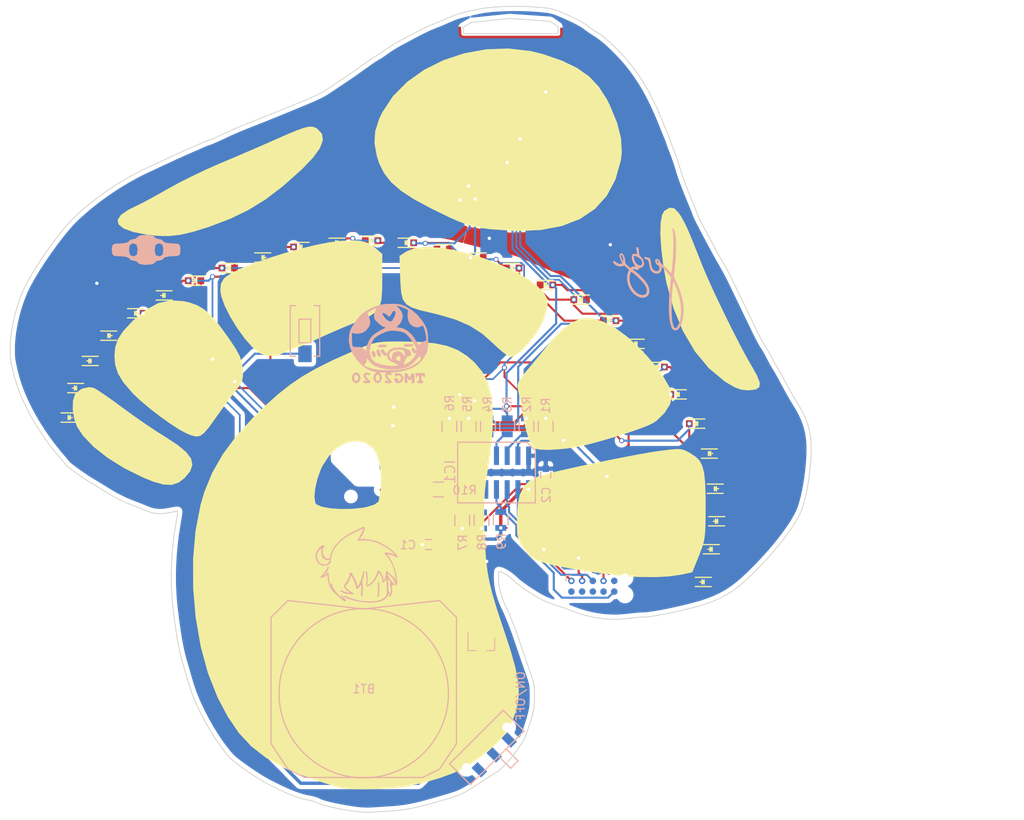
<source format=kicad_pcb>
(kicad_pcb (version 4) (host pcbnew 4.0.5+dfsg1-4)
  (layers (0 F.Cu signal) (31 B.Cu signal) (34 B.Paste user) (35 F.Paste user) (36 B.SilkS user hide) (37 F.SilkS user) (38 B.Mask user) (39 F.Mask user) (44 Edge.Cuts user))
  (net 0 "")
  (net 1 +BATT)
  (net 2 GND)
  (net 3 "Net-(D1-Pad2)")
  (net 4 "Net-(D1-Pad1)")
  (net 5 "Net-(D10-Pad1)")
  (net 6 "Net-(D10-Pad2)")
  (net 7 "Net-(D11-Pad2)")
  (net 8 "Net-(D12-Pad2)")
  (net 9 "Net-(D13-Pad2)")
  (net 10 "Net-(D14-Pad2)")
  (net 11 "Net-(BT1-Pad1)")
  (net 12 /RST)
  (net 13 "Net-(IC1-Pad6)")
  (net 14 "Net-(IC1-Pad7)")
  (net 15 "Net-(IC1-Pad8)")
  (net 16 "Net-(IC1-Pad9)")
  (net 17 "Net-(IC1-Pad10)")
  (net 18 "Net-(IC1-Pad11)")
  (net 19 "Net-(IC1-Pad12)")
  (net 20 "Net-(IC1-Pad13)")
  (net 21 "Net-(BT1-Pad2)")
  (net 22 /TCK)
  (net 23 /TDI)
  (net 24 "Net-(J1-Pad7)")
  (net 25 /BTN)
  (net 26 "Net-(F1-Pad2)")
  (net 27 "Net-(SW2-Pad3)")
  (net 28 "Net-(J1-Pad5)")
  (net 29 "Net-(J1-Pad8)")
  (net 30 "Net-(J1-Pad9)")
  (net 31 "Net-(J1-Pad10)")
  (module LEDs:LED_0603 (layer F.Cu) (at 125.73 117.856 315)
    (fp_text reference D14 (at 0 -1.5 315) (layer F.SilkS))
    (fp_text value LED hide)
    (pad 2 smd rect (at 0.7493 0 135) (size 0.79756 0.79756) (layers F.Cu F.Paste F.Mask) (net 10 "Net-(D14-Pad2)"))
    (pad 1 smd rect (at -0.7493 0 135) (size 0.79756 0.79756) (layers F.Cu F.Paste F.Mask) (net 9 "Net-(D13-Pad2)"))
  )
  (module LEDs:LED_0603 (layer F.Cu) (at 128.778 123.86 45)
    (fp_text reference D6 (at 0 -1.5 45) (layer F.SilkS))
    (fp_text value LED hide)
    (pad 2 smd rect (at 0.7493 0 225) (size 0.79756 0.79756) (layers F.Cu F.Paste F.Mask) (net 8 "Net-(D12-Pad2)"))
    (pad 1 smd rect (at -0.7493 0 225) (size 0.79756 0.79756) (layers F.Cu F.Paste F.Mask) (net 9 "Net-(D13-Pad2)"))
  )
  (module vine_badge:TC2050-All_Holes (layer B.Cu) (at 163.604 115.154)
    (fp_text reference J1 hide)
    (fp_text value CONN-TAGCONNECT-TC2050 hide)
    (pad "" np_thru_hole circle (at 3.81 1.016) (size 0.9906 0.9906) (drill 0.9906) (layers *.Cu *.Mask))
    (pad "" np_thru_hole circle (at 3.81 -1.016) (size 0.9906 0.9906) (drill 0.9906) (layers *.Cu *.Mask))
    (pad "" np_thru_hole circle (at -3.81 0) (size 0.9906 0.9906) (drill 0.9906) (layers *.Cu *.Mask))
    (pad 1 connect circle (at -2.54 -0.635) (size 0.7874 0.7874) (layers B.Cu B.Mask) (net 22 /TCK))
    (pad 2 connect circle (at -1.27 -0.635) (size 0.7874 0.7874) (layers B.Cu B.Mask) (net 2 GND))
    (pad 3 connect circle (at 0 -0.635) (size 0.7874 0.7874) (layers B.Cu B.Mask) (net 23 /TDI))
    (pad 4 connect circle (at 1.27 -0.635) (size 0.7874 0.7874) (layers B.Cu B.Mask) (net 1 +BATT))
    (pad 5 connect circle (at 2.54 -0.635) (size 0.7874 0.7874) (layers B.Cu B.Mask) (net 28 "Net-(J1-Pad5)"))
    (pad 6 connect circle (at 2.54 0.635) (size 0.7874 0.7874) (layers B.Cu B.Mask) (net 12 /RST))
    (pad 7 connect circle (at 1.27 0.635) (size 0.7874 0.7874) (layers B.Cu B.Mask) (net 24 "Net-(J1-Pad7)"))
    (pad 8 connect circle (at 0 0.635) (size 0.7874 0.7874) (layers B.Cu B.Mask) (net 29 "Net-(J1-Pad8)"))
    (pad 9 connect circle (at -1.27 0.635) (size 0.7874 0.7874) (layers B.Cu B.Mask) (net 30 "Net-(J1-Pad9)"))
    (pad 10 connect circle (at -2.54 0.635) (size 0.7874 0.7874) (layers B.Cu B.Mask) (net 31 "Net-(J1-Pad10)"))
  )
  (module vine_badge:dousig10x10 (layer F.Cu) (at 146.1 98.03)
    (fp_text reference G*** hide)
    (fp_text value LOGO hide)
  )
  (module LEDs:LED_0603 (layer F.Cu) (at 126.492 126.238 45)
    (fp_text reference D13 (at 0 -1.5 45) (layer F.SilkS))
    (fp_text value LED hide)
    (pad 2 smd rect (at 0.7493 0 225) (size 0.79756 0.79756) (layers F.Cu F.Paste F.Mask) (net 9 "Net-(D13-Pad2)"))
    (pad 1 smd rect (at -0.7493 0 225) (size 0.79756 0.79756) (layers F.Cu F.Paste F.Mask) (net 8 "Net-(D12-Pad2)"))
  )
  (module LOGO (layer F.Cu) (at 213.36 100.66 270)
    (fp_text reference G*** hide)
    (fp_text value LOGO hide)
  )
  (module Capacitors_SMD:C_0603 (layer B.Cu) (at 144.12 110.21 180)
    (fp_text reference C1 (at 2.45 -0.04 180) (layer B.SilkS) (effects (justify mirror)))
    (fp_text value 100nF hide)
    (pad 1 smd rect (at -0.75 0 180) (size 0.8 0.75) (layers B.Cu B.Paste B.Mask) (net 1 +BATT))
    (pad 2 smd rect (at 0.75 0 180) (size 0.8 0.75) (layers B.Cu B.Paste B.Mask) (net 2 GND))
  )
  (module Capacitors_SMD:C_0603 (layer B.Cu) (at 158.016 101.946 90)
    (fp_text reference C2 (at -2.374 0.054 90) (layer B.SilkS) (effects (justify mirror)))
    (fp_text value 1uF hide)
    (pad 1 smd rect (at -0.75 0 90) (size 0.8 0.75) (layers B.Cu B.Paste B.Mask) (net 1 +BATT))
    (pad 2 smd rect (at 0.75 0 90) (size 0.8 0.75) (layers B.Cu B.Paste B.Mask) (net 2 GND))
  )
  (module LEDs:LED_0603 (layer F.Cu) (at 141.478 128.432 270)
    (fp_text reference D1 (at 0 -1.5 270) (layer F.SilkS))
    (fp_text value LED hide)
    (pad 2 smd rect (at 0.7493 0 90) (size 0.79756 0.79756) (layers F.Cu F.Paste F.Mask) (net 3 "Net-(D1-Pad2)"))
    (pad 1 smd rect (at -0.7493 0 90) (size 0.79756 0.79756) (layers F.Cu F.Paste F.Mask) (net 4 "Net-(D1-Pad1)"))
  )
  (module LEDs:LED_0603 (layer F.Cu) (at 140.462 122.428 90)
    (fp_text reference D2 (at 0 -1.5 90) (layer F.SilkS))
    (fp_text value LED hide)
    (pad 2 smd rect (at 0.7493 0 270) (size 0.79756 0.79756) (layers F.Cu F.Paste F.Mask) (net 4 "Net-(D1-Pad1)"))
    (pad 1 smd rect (at -0.7493 0 270) (size 0.79756 0.79756) (layers F.Cu F.Paste F.Mask) (net 5 "Net-(D10-Pad1)"))
  )
  (module LEDs:LED_0603 (layer F.Cu) (at 139.7 116.0907 90)
    (fp_text reference D3 (at 0 -1.5 90) (layer F.SilkS))
    (fp_text value LED hide)
    (pad 2 smd rect (at 0.7493 0 270) (size 0.79756 0.79756) (layers F.Cu F.Paste F.Mask) (net 5 "Net-(D10-Pad1)"))
    (pad 1 smd rect (at -0.7493 0 270) (size 0.79756 0.79756) (layers F.Cu F.Paste F.Mask) (net 6 "Net-(D10-Pad2)"))
  )
  (module LEDs:LED_0603 (layer F.Cu) (at 128.27 120.396 315)
    (fp_text reference D7 (at 0 -1.5 315) (layer F.SilkS))
    (fp_text value LED hide)
    (pad 2 smd rect (at 0.7493 0 135) (size 0.79756 0.79756) (layers F.Cu F.Paste F.Mask) (net 9 "Net-(D13-Pad2)"))
    (pad 1 smd rect (at -0.7493 0 135) (size 0.79756 0.79756) (layers F.Cu F.Paste F.Mask) (net 10 "Net-(D14-Pad2)"))
  )
  (module LEDs:LED_0603 (layer F.Cu) (at 139.926 119.288 270)
    (fp_text reference D9 (at 0 -1.5 270) (layer F.SilkS))
    (fp_text value LED hide)
    (pad 2 smd rect (at 0.7493 0 90) (size 0.79756 0.79756) (layers F.Cu F.Paste F.Mask) (net 5 "Net-(D10-Pad1)"))
    (pad 1 smd rect (at -0.7493 0 90) (size 0.79756 0.79756) (layers F.Cu F.Paste F.Mask) (net 4 "Net-(D1-Pad1)"))
  )
  (module LEDs:LED_0603 (layer F.Cu) (at 132.842 128.524 90)
    (fp_text reference D10 (at 0 -1.5 90) (layer F.SilkS))
    (fp_text value LED hide)
    (pad 2 smd rect (at 0.7493 0 270) (size 0.79756 0.79756) (layers F.Cu F.Paste F.Mask) (net 6 "Net-(D10-Pad2)"))
    (pad 1 smd rect (at -0.7493 0 270) (size 0.79756 0.79756) (layers F.Cu F.Paste F.Mask) (net 5 "Net-(D10-Pad1)"))
  )
  (module LEDs:LED_0603 (layer F.Cu) (at 101.6 95.13)
    (fp_text reference D17 hide)
    (fp_text value LED hide)
    (pad 2 smd rect (at 0.7493 0 180) (size 0.79756 0.79756) (layers F.Cu F.Paste F.Mask) (net 4 "Net-(D1-Pad1)"))
    (pad 1 smd rect (at -0.7493 0 180) (size 0.79756 0.79756) (layers F.Cu F.Paste F.Mask) (net 6 "Net-(D10-Pad2)"))
  )
  (module LEDs:LED_0603 (layer F.Cu) (at 148.364 63.846 90)
    (fp_text reference D19 hide)
    (fp_text value LED hide)
    (pad 2 smd rect (at 0.7493 0 270) (size 0.79756 0.79756) (layers F.Cu F.Paste F.Mask) (net 5 "Net-(D10-Pad1)"))
    (pad 1 smd rect (at -0.7493 0 270) (size 0.79756 0.79756) (layers F.Cu F.Paste F.Mask) (net 7 "Net-(D11-Pad2)"))
  )
  (module LEDs:LED_0603 (layer F.Cu) (at 148.872 66.894 90)
    (fp_text reference D20 hide)
    (fp_text value LED hide)
    (pad 2 smd rect (at 0.7493 0 270) (size 0.79756 0.79756) (layers F.Cu F.Paste F.Mask) (net 7 "Net-(D11-Pad2)"))
    (pad 1 smd rect (at -0.7493 0 270) (size 0.79756 0.79756) (layers F.Cu F.Paste F.Mask) (net 5 "Net-(D10-Pad1)"))
  )
  (module LEDs:LED_0603 (layer F.Cu) (at 133.1 74.38 180)
    (fp_text reference D25 hide)
    (fp_text value LED hide)
    (pad 2 smd rect (at 0.7493 0) (size 0.79756 0.79756) (layers F.Cu F.Paste F.Mask) (net 4 "Net-(D1-Pad1)"))
    (pad 1 smd rect (at -0.7493 0) (size 0.79756 0.79756) (layers F.Cu F.Paste F.Mask) (net 7 "Net-(D11-Pad2)"))
  )
  (module LEDs:LED_0603 (layer F.Cu) (at 149.634 69.942 90)
    (fp_text reference D26 hide)
    (fp_text value LED hide)
    (pad 2 smd rect (at 0.7493 0 270) (size 0.79756 0.79756) (layers F.Cu F.Paste F.Mask) (net 7 "Net-(D11-Pad2)"))
    (pad 1 smd rect (at -0.7493 0 270) (size 0.79756 0.79756) (layers F.Cu F.Paste F.Mask) (net 9 "Net-(D13-Pad2)"))
  )
  (module LEDs:LED_0603 (layer F.Cu) (at 109.5 82.75)
    (fp_text reference D29 hide)
    (fp_text value LED hide)
    (pad 2 smd rect (at 0.7493 0 180) (size 0.79756 0.79756) (layers F.Cu F.Paste F.Mask) (net 5 "Net-(D10-Pad1)"))
    (pad 1 smd rect (at -0.7493 0 180) (size 0.79756 0.79756) (layers F.Cu F.Paste F.Mask) (net 8 "Net-(D12-Pad2)"))
  )
  (module LEDs:LED_0603 (layer F.Cu) (at 112.6 80.63 180)
    (fp_text reference D30 hide)
    (fp_text value LED hide)
    (pad 2 smd rect (at 0.7493 0) (size 0.79756 0.79756) (layers F.Cu F.Paste F.Mask) (net 8 "Net-(D12-Pad2)"))
    (pad 1 smd rect (at -0.7493 0) (size 0.79756 0.79756) (layers F.Cu F.Paste F.Mask) (net 10 "Net-(D14-Pad2)"))
  )
  (module LEDs:LED_0603 (layer F.Cu) (at 116.35 78.88 180)
    (fp_text reference D31 hide)
    (fp_text value LED hide)
    (pad 2 smd rect (at 0.7493 0) (size 0.79756 0.79756) (layers F.Cu F.Paste F.Mask) (net 8 "Net-(D12-Pad2)"))
    (pad 1 smd rect (at -0.7493 0) (size 0.79756 0.79756) (layers F.Cu F.Paste F.Mask) (net 5 "Net-(D10-Pad1)"))
  )
  (module LEDs:LED_0603 (layer F.Cu) (at 120.35 77.38 180)
    (fp_text reference D32 hide)
    (fp_text value LED hide)
    (pad 2 smd rect (at 0.7493 0) (size 0.79756 0.79756) (layers F.Cu F.Paste F.Mask) (net 10 "Net-(D14-Pad2)"))
    (pad 1 smd rect (at -0.7493 0) (size 0.79756 0.79756) (layers F.Cu F.Paste F.Mask) (net 8 "Net-(D12-Pad2)"))
  )
  (module LEDs:LED_0603 (layer F.Cu) (at 156.492 58.512 270)
    (fp_text reference D33 hide)
    (fp_text value LED hide)
    (pad 2 smd rect (at 0.7493 0 90) (size 0.79756 0.79756) (layers F.Cu F.Paste F.Mask) (net 6 "Net-(D10-Pad2)"))
    (pad 1 smd rect (at -0.7493 0 90) (size 0.79756 0.79756) (layers F.Cu F.Paste F.Mask) (net 9 "Net-(D13-Pad2)"))
  )
  (module LEDs:LED_0603 (layer F.Cu) (at 149.8507 76.13 180)
    (fp_text reference D36 (at 0 -1.5 180) (layer F.SilkS))
    (fp_text value LED hide)
    (pad 2 smd rect (at 0.7493 0) (size 0.79756 0.79756) (layers F.Cu F.Paste F.Mask) (net 7 "Net-(D11-Pad2)"))
    (pad 1 smd rect (at -0.7493 0) (size 0.79756 0.79756) (layers F.Cu F.Paste F.Mask) (net 10 "Net-(D14-Pad2)"))
  )
  (module LEDs:LED_0603 (layer F.Cu) (at 154.1 77.38)
    (fp_text reference D38 hide)
    (fp_text value LED hide)
    (pad 2 smd rect (at 0.7493 0 180) (size 0.79756 0.79756) (layers F.Cu F.Paste F.Mask) (net 10 "Net-(D14-Pad2)"))
    (pad 1 smd rect (at -0.7493 0 180) (size 0.79756 0.79756) (layers F.Cu F.Paste F.Mask) (net 7 "Net-(D11-Pad2)"))
  )
  (module LEDs:LED_0603 (layer F.Cu) (at 124.5993 76.13)
    (fp_text reference D39 hide)
    (fp_text value LED hide)
    (pad 2 smd rect (at 0.7493 0 180) (size 0.79756 0.79756) (layers F.Cu F.Paste F.Mask) (net 4 "Net-(D1-Pad1)"))
    (pad 1 smd rect (at -0.7493 0 180) (size 0.79756 0.79756) (layers F.Cu F.Paste F.Mask) (net 8 "Net-(D12-Pad2)"))
  )
  (module LEDs:LED_0603 (layer F.Cu) (at 162.1007 81.13 180)
    (fp_text reference D42 hide)
    (fp_text value LED hide)
    (pad 2 smd rect (at 0.7493 0) (size 0.79756 0.79756) (layers F.Cu F.Paste F.Mask) (net 9 "Net-(D13-Pad2)"))
    (pad 1 smd rect (at -0.7493 0) (size 0.79756 0.79756) (layers F.Cu F.Paste F.Mask) (net 5 "Net-(D10-Pad1)"))
  )
  (module LEDs:LED_0603 (layer F.Cu) (at 177.574 99.406)
    (fp_text reference D45 hide)
    (fp_text value LED hide)
    (pad 2 smd rect (at 0.7493 0 180) (size 0.79756 0.79756) (layers F.Cu F.Paste F.Mask) (net 3 "Net-(D1-Pad2)"))
    (pad 1 smd rect (at -0.7493 0 180) (size 0.79756 0.79756) (layers F.Cu F.Paste F.Mask) (net 8 "Net-(D12-Pad2)"))
  )
  (module LEDs:LED_0603 (layer F.Cu) (at 175.796 95.85 180)
    (fp_text reference D46 hide)
    (fp_text value LED hide)
    (pad 2 smd rect (at 0.7493 0) (size 0.79756 0.79756) (layers F.Cu F.Paste F.Mask) (net 8 "Net-(D12-Pad2)"))
    (pad 1 smd rect (at -0.7493 0) (size 0.79756 0.79756) (layers F.Cu F.Paste F.Mask) (net 3 "Net-(D1-Pad2)"))
  )
  (module LEDs:LED_0603 (layer F.Cu) (at 178.27 103.58)
    (fp_text reference D51 hide)
    (fp_text value LED hide)
    (pad 2 smd rect (at 0.7493 0 180) (size 0.79756 0.79756) (layers F.Cu F.Paste F.Mask) (net 3 "Net-(D1-Pad2)"))
    (pad 1 smd rect (at -0.7493 0 180) (size 0.79756 0.79756) (layers F.Cu F.Paste F.Mask) (net 9 "Net-(D13-Pad2)"))
  )
  (module Fuse_Holders_and_Fuses:Fuse_SMD1206_Reflow (layer B.Cu) (at 146.73604 114.93 180)
    (fp_text reference F1 hide)
    (fp_text value Fuse hide)
    (pad 1 smd rect (at -1.20396 0 90) (size 2.02946 1.14046) (layers B.Cu B.Paste B.Mask) (net 1 +BATT))
    (pad 2 smd rect (at 1.20396 0 90) (size 2.02946 1.14046) (layers B.Cu B.Paste B.Mask) (net 26 "Net-(F1-Pad2)"))
  )
  (module TO_SOT_Packages_SMD:SOT-23 (layer B.Cu) (at 150.37 122.04 270)
    (fp_text reference Q1 hide)
    (fp_text value Q_NMOS_DGS hide)
    (pad 1 smd rect (at -1 0.95 270) (size 0.9 0.8) (layers B.Cu B.Paste B.Mask) (net 21 "Net-(BT1-Pad2)"))
    (pad 2 smd rect (at -1 -0.95 270) (size 0.9 0.8) (layers B.Cu B.Paste B.Mask) (net 1 +BATT))
    (pad 3 smd rect (at 1 0 270) (size 0.9 0.8) (layers B.Cu B.Paste B.Mask) (net 2 GND))
  )
  (module Resistors_SMD:R_0805 (layer B.Cu) (at 158.016 96.17 270)
    (fp_text reference R1 (at -2.43 -0.004 270) (layer B.SilkS) (effects (justify mirror)))
    (fp_text value R hide)
    (pad 1 smd rect (at -0.95 0 270) (size 0.7 1.3) (layers B.Cu B.Paste B.Mask) (net 3 "Net-(D1-Pad2)"))
    (pad 2 smd rect (at 0.95 0 270) (size 0.7 1.3) (layers B.Cu B.Paste B.Mask) (net 20 "Net-(IC1-Pad13)"))
  )
  (module Resistors_SMD:R_0805 (layer B.Cu) (at 155.73 96.17 270)
    (fp_text reference R2 (at -2.6 -0.02 270) (layer B.SilkS) (effects (justify mirror)))
    (fp_text value R hide)
    (pad 1 smd rect (at -0.95 0 270) (size 0.7 1.3) (layers B.Cu B.Paste B.Mask) (net 4 "Net-(D1-Pad1)"))
    (pad 2 smd rect (at 0.95 0 270) (size 0.7 1.3) (layers B.Cu B.Paste B.Mask) (net 19 "Net-(IC1-Pad12)"))
  )
  (module Resistors_SMD:R_0805 (layer B.Cu) (at 153.444 96.17 270)
    (fp_text reference R3 (at -2.59 -0.016 270) (layer B.SilkS) (effects (justify mirror)))
    (fp_text value R hide)
    (pad 1 smd rect (at -0.95 0 270) (size 0.7 1.3) (layers B.Cu B.Paste B.Mask) (net 5 "Net-(D10-Pad1)"))
    (pad 2 smd rect (at 0.95 0 270) (size 0.7 1.3) (layers B.Cu B.Paste B.Mask) (net 18 "Net-(IC1-Pad11)"))
  )
  (module Resistors_SMD:R_0805 (layer B.Cu) (at 151.158 96.169999 270)
    (fp_text reference R4 (at -2.599999 0.038 270) (layer B.SilkS) (effects (justify mirror)))
    (fp_text value R hide)
    (pad 1 smd rect (at -0.95 0 270) (size 0.7 1.3) (layers B.Cu B.Paste B.Mask) (net 6 "Net-(D10-Pad2)"))
    (pad 2 smd rect (at 0.95 0 270) (size 0.7 1.3) (layers B.Cu B.Paste B.Mask) (net 17 "Net-(IC1-Pad10)"))
  )
  (module Resistors_SMD:R_0805 (layer B.Cu) (at 148.872 96.169999 270)
    (fp_text reference R5 (at -2.649999 0.142 270) (layer B.SilkS) (effects (justify mirror)))
    (fp_text value R hide)
    (pad 1 smd rect (at -0.95 0 270) (size 0.7 1.3) (layers B.Cu B.Paste B.Mask) (net 7 "Net-(D11-Pad2)"))
    (pad 2 smd rect (at 0.95 0 270) (size 0.7 1.3) (layers B.Cu B.Paste B.Mask) (net 16 "Net-(IC1-Pad9)"))
  )
  (module Resistors_SMD:R_0805 (layer B.Cu) (at 146.586 96.17 270)
    (fp_text reference R6 (at -2.76 -0.024 270) (layer B.SilkS) (effects (justify mirror)))
    (fp_text value R hide)
    (pad 1 smd rect (at -0.95 0 270) (size 0.7 1.3) (layers B.Cu B.Paste B.Mask) (net 8 "Net-(D12-Pad2)"))
    (pad 2 smd rect (at 0.95 0 270) (size 0.7 1.3) (layers B.Cu B.Paste B.Mask) (net 15 "Net-(IC1-Pad8)"))
  )
  (module Resistors_SMD:R_0805 (layer B.Cu) (at 148.11 107.346 90)
    (fp_text reference R7 (at -2.614 0.06 90) (layer B.SilkS) (effects (justify mirror)))
    (fp_text value R hide)
    (pad 1 smd rect (at -0.95 0 90) (size 0.7 1.3) (layers B.Cu B.Paste B.Mask) (net 9 "Net-(D13-Pad2)"))
    (pad 2 smd rect (at 0.95 0 90) (size 0.7 1.3) (layers B.Cu B.Paste B.Mask) (net 14 "Net-(IC1-Pad7)"))
  )
  (module Resistors_SMD:R_0805 (layer B.Cu) (at 150.396 107.346001 90)
    (fp_text reference R8 (at -2.573999 0.074 90) (layer B.SilkS) (effects (justify mirror)))
    (fp_text value R hide)
    (pad 1 smd rect (at -0.95 0 90) (size 0.7 1.3) (layers B.Cu B.Paste B.Mask) (net 10 "Net-(D14-Pad2)"))
    (pad 2 smd rect (at 0.95 0 90) (size 0.7 1.3) (layers B.Cu B.Paste B.Mask) (net 13 "Net-(IC1-Pad6)"))
  )
  (module Resistors_SMD:R_0805 (layer B.Cu) (at 152.682 107.28 270)
    (fp_text reference R9 (at 2.56 -0.088 270) (layer B.SilkS) (effects (justify mirror)))
    (fp_text value 1K hide)
    (pad 1 smd rect (at -0.95 0 270) (size 0.7 1.3) (layers B.Cu B.Paste B.Mask) (net 12 /RST))
    (pad 2 smd rect (at 0.95 0 270) (size 0.7 1.3) (layers B.Cu B.Paste B.Mask) (net 1 +BATT))
  )
  (module LEDs:LED_0603 (layer F.Cu) (at 131.572 122.428001 270)
    (fp_text reference D4 (at 0 -1.5 270) (layer F.SilkS))
    (fp_text value LED hide)
    (pad 2 smd rect (at 0.7493 0 90) (size 0.79756 0.79756) (layers F.Cu F.Paste F.Mask) (net 6 "Net-(D10-Pad2)"))
    (pad 1 smd rect (at -0.7493 0 90) (size 0.79756 0.79756) (layers F.Cu F.Paste F.Mask) (net 7 "Net-(D11-Pad2)"))
  )
  (module LEDs:LED_0603 (layer F.Cu) (at 131.064 119.38 270)
    (fp_text reference D5 (at 0 -1.5 270) (layer F.SilkS))
    (fp_text value LED hide)
    (pad 2 smd rect (at 0.7493 0 90) (size 0.79756 0.79756) (layers F.Cu F.Paste F.Mask) (net 7 "Net-(D11-Pad2)"))
    (pad 1 smd rect (at -0.7493 0 90) (size 0.79756 0.79756) (layers F.Cu F.Paste F.Mask) (net 8 "Net-(D12-Pad2)"))
  )
  (module LEDs:LED_0603 (layer F.Cu) (at 140.970001 125.476 270)
    (fp_text reference D8 (at 0 -1.5 270) (layer F.SilkS))
    (fp_text value LED hide)
    (pad 2 smd rect (at 0.7493 0 90) (size 0.79756 0.79756) (layers F.Cu F.Paste F.Mask) (net 4 "Net-(D1-Pad1)"))
    (pad 1 smd rect (at -0.7493 0 90) (size 0.79756 0.79756) (layers F.Cu F.Paste F.Mask) (net 3 "Net-(D1-Pad2)"))
  )
  (module LEDs:LED_0603 (layer F.Cu) (at 132.08 125.476 270)
    (fp_text reference D11 (at 0 -1.5 270) (layer F.SilkS))
    (fp_text value LED hide)
    (pad 2 smd rect (at 0.7493 0 90) (size 0.79756 0.79756) (layers F.Cu F.Paste F.Mask) (net 7 "Net-(D11-Pad2)"))
    (pad 1 smd rect (at -0.7493 0 90) (size 0.79756 0.79756) (layers F.Cu F.Paste F.Mask) (net 6 "Net-(D10-Pad2)"))
  )
  (module LEDs:LED_0603 (layer F.Cu) (at 130.528 116.24 270)
    (fp_text reference D12 (at 0 -1.5 270) (layer F.SilkS))
    (fp_text value LED hide)
    (pad 2 smd rect (at 0.7493 0 90) (size 0.79756 0.79756) (layers F.Cu F.Paste F.Mask) (net 8 "Net-(D12-Pad2)"))
    (pad 1 smd rect (at -0.7493 0 90) (size 0.79756 0.79756) (layers F.Cu F.Paste F.Mask) (net 7 "Net-(D11-Pad2)"))
  )
  (module LEDs:LED_0603 (layer F.Cu) (at 147.348 57.75 90)
    (fp_text reference D15 hide)
    (fp_text value LED hide)
    (pad 2 smd rect (at 0.7493 0 270) (size 0.79756 0.79756) (layers F.Cu F.Paste F.Mask) (net 3 "Net-(D1-Pad2)"))
    (pad 1 smd rect (at -0.7493 0 270) (size 0.79756 0.79756) (layers F.Cu F.Paste F.Mask) (net 5 "Net-(D10-Pad1)"))
  )
  (module LEDs:LED_0603 (layer F.Cu) (at 147.856 60.798 90)
    (fp_text reference D16 hide)
    (fp_text value LED hide)
    (pad 2 smd rect (at 0.7493 0 270) (size 0.79756 0.79756) (layers F.Cu F.Paste F.Mask) (net 5 "Net-(D10-Pad1)"))
    (pad 1 smd rect (at -0.7493 0 270) (size 0.79756 0.79756) (layers F.Cu F.Paste F.Mask) (net 3 "Net-(D1-Pad2)"))
  )
  (module LEDs:LED_0603 (layer F.Cu) (at 102.1 91.63 180)
    (fp_text reference D18 hide)
    (fp_text value LED hide)
    (pad 2 smd rect (at 0.7493 0) (size 0.79756 0.79756) (layers F.Cu F.Paste F.Mask) (net 6 "Net-(D10-Pad2)"))
    (pad 1 smd rect (at -0.7493 0) (size 0.79756 0.79756) (layers F.Cu F.Paste F.Mask) (net 4 "Net-(D1-Pad1)"))
  )
  (module LEDs:LED_0603 (layer F.Cu) (at 153.444 64.1 270)
    (fp_text reference D21 hide)
    (fp_text value LED hide)
    (pad 2 smd rect (at 0.7493 0 90) (size 0.79756 0.79756) (layers F.Cu F.Paste F.Mask) (net 3 "Net-(D1-Pad2)"))
    (pad 1 smd rect (at -0.7493 0 90) (size 0.79756 0.79756) (layers F.Cu F.Paste F.Mask) (net 6 "Net-(D10-Pad2)"))
  )
  (module LEDs:LED_0603 (layer F.Cu) (at 103.820165 88.409835 180)
    (fp_text reference D22 hide)
    (fp_text value LED hide)
    (pad 2 smd rect (at 0.7493 0) (size 0.79756 0.79756) (layers F.Cu F.Paste F.Mask) (net 6 "Net-(D10-Pad2)"))
    (pad 1 smd rect (at -0.7493 0) (size 0.79756 0.79756) (layers F.Cu F.Paste F.Mask) (net 8 "Net-(D12-Pad2)"))
  )
  (module LEDs:LED_0603 (layer F.Cu) (at 154.968 61.306 270)
    (fp_text reference D23 hide)
    (fp_text value LED hide)
    (pad 2 smd rect (at 0.7493 0 90) (size 0.79756 0.79756) (layers F.Cu F.Paste F.Mask) (net 6 "Net-(D10-Pad2)"))
    (pad 1 smd rect (at -0.7493 0 90) (size 0.79756 0.79756) (layers F.Cu F.Paste F.Mask) (net 3 "Net-(D1-Pad2)"))
  )
  (module LEDs:LED_0603 (layer F.Cu) (at 106.320165 85.409835)
    (fp_text reference D24 hide)
    (fp_text value LED hide)
    (pad 2 smd rect (at 0.7493 0 180) (size 0.79756 0.79756) (layers F.Cu F.Paste F.Mask) (net 8 "Net-(D12-Pad2)"))
    (pad 1 smd rect (at -0.7493 0 180) (size 0.79756 0.79756) (layers F.Cu F.Paste F.Mask) (net 6 "Net-(D10-Pad2)"))
  )
  (module LEDs:LED_0603 (layer F.Cu) (at 137.3493 74.13)
    (fp_text reference D27 hide)
    (fp_text value LED hide)
    (pad 2 smd rect (at 0.7493 0 180) (size 0.79756 0.79756) (layers F.Cu F.Paste F.Mask) (net 7 "Net-(D11-Pad2)"))
    (pad 1 smd rect (at -0.7493 0 180) (size 0.79756 0.79756) (layers F.Cu F.Paste F.Mask) (net 4 "Net-(D1-Pad1)"))
  )
  (module LEDs:LED_0603 (layer F.Cu) (at 151.666 66.894 270)
    (fp_text reference D28 hide)
    (fp_text value LED hide)
    (pad 2 smd rect (at 0.7493 0 90) (size 0.79756 0.79756) (layers F.Cu F.Paste F.Mask) (net 9 "Net-(D13-Pad2)"))
    (pad 1 smd rect (at -0.7493 0 90) (size 0.79756 0.79756) (layers F.Cu F.Paste F.Mask) (net 7 "Net-(D11-Pad2)"))
  )
  (module LEDs:LED_0603 (layer F.Cu) (at 158.016 55.718 270)
    (fp_text reference D34 hide)
    (fp_text value LED hide)
    (pad 2 smd rect (at 0.7493 0 90) (size 0.79756 0.79756) (layers F.Cu F.Paste F.Mask) (net 9 "Net-(D13-Pad2)"))
    (pad 1 smd rect (at -0.7493 0 90) (size 0.79756 0.79756) (layers F.Cu F.Paste F.Mask) (net 6 "Net-(D10-Pad2)"))
  )
  (module LEDs:LED_0603 (layer F.Cu) (at 141.6 74.38)
    (fp_text reference D35 hide)
    (fp_text value LED hide)
    (pad 2 smd rect (at 0.7493 0 180) (size 0.79756 0.79756) (layers F.Cu F.Paste F.Mask) (net 3 "Net-(D1-Pad2)"))
    (pad 1 smd rect (at -0.7493 0 180) (size 0.79756 0.79756) (layers F.Cu F.Paste F.Mask) (net 7 "Net-(D11-Pad2)"))
  )
  (module LEDs:LED_0603 (layer F.Cu) (at 145.8507 75.13 180)
    (fp_text reference D37 (at 0 -1.5 180) (layer F.SilkS))
    (fp_text value LED hide)
    (pad 2 smd rect (at 0.7493 0) (size 0.79756 0.79756) (layers F.Cu F.Paste F.Mask) (net 7 "Net-(D11-Pad2)"))
    (pad 1 smd rect (at -0.7493 0) (size 0.79756 0.79756) (layers F.Cu F.Paste F.Mask) (net 3 "Net-(D1-Pad2)"))
  )
  (module LEDs:LED_0603 (layer F.Cu) (at 128.8493 74.88 180)
    (fp_text reference D40 hide)
    (fp_text value LED hide)
    (pad 2 smd rect (at 0.7493 0) (size 0.79756 0.79756) (layers F.Cu F.Paste F.Mask) (net 8 "Net-(D12-Pad2)"))
    (pad 1 smd rect (at -0.7493 0) (size 0.79756 0.79756) (layers F.Cu F.Paste F.Mask) (net 4 "Net-(D1-Pad1)"))
  )
  (module LEDs:LED_0603 (layer F.Cu) (at 158.1 79.38)
    (fp_text reference D41 hide)
    (fp_text value LED hide)
    (pad 2 smd rect (at 0.7493 0 180) (size 0.79756 0.79756) (layers F.Cu F.Paste F.Mask) (net 5 "Net-(D10-Pad1)"))
    (pad 1 smd rect (at -0.7493 0 180) (size 0.79756 0.79756) (layers F.Cu F.Paste F.Mask) (net 9 "Net-(D13-Pad2)"))
  )
  (module LEDs:LED_0603 (layer F.Cu) (at 165.6 83.63)
    (fp_text reference D43 hide)
    (fp_text value LED hide)
    (pad 2 smd rect (at 0.7493 0 180) (size 0.79756 0.79756) (layers F.Cu F.Paste F.Mask) (net 6 "Net-(D10-Pad2)"))
    (pad 1 smd rect (at -0.7493 0 180) (size 0.79756 0.79756) (layers F.Cu F.Paste F.Mask) (net 10 "Net-(D14-Pad2)"))
  )
  (module LEDs:LED_0603 (layer F.Cu) (at 168.6 86.38 180)
    (fp_text reference D44 (at 0 -1.5 180) (layer F.SilkS))
    (fp_text value LED hide)
    (pad 2 smd rect (at 0.7493 0) (size 0.79756 0.79756) (layers F.Cu F.Paste F.Mask) (net 10 "Net-(D14-Pad2)"))
    (pad 1 smd rect (at -0.7493 0) (size 0.79756 0.79756) (layers F.Cu F.Paste F.Mask) (net 6 "Net-(D10-Pad2)"))
  )
  (module LEDs:LED_0603 (layer F.Cu) (at 171.35 89.13)
    (fp_text reference D47 hide)
    (fp_text value LED hide)
    (pad 2 smd rect (at 0.7493 0 180) (size 0.79756 0.79756) (layers F.Cu F.Paste F.Mask) (net 3 "Net-(D1-Pad2)"))
    (pad 1 smd rect (at -0.7493 0 180) (size 0.79756 0.79756) (layers F.Cu F.Paste F.Mask) (net 9 "Net-(D13-Pad2)"))
  )
  (module LEDs:LED_0603 (layer F.Cu) (at 173.6 92.38 180)
    (fp_text reference D48 hide)
    (fp_text value LED hide)
    (pad 2 smd rect (at 0.7493 0) (size 0.79756 0.79756) (layers F.Cu F.Paste F.Mask) (net 9 "Net-(D13-Pad2)"))
    (pad 1 smd rect (at -0.7493 0) (size 0.79756 0.79756) (layers F.Cu F.Paste F.Mask) (net 3 "Net-(D1-Pad2)"))
  )
  (module LEDs:LED_0603 (layer F.Cu) (at 176.558 114.646 180)
    (fp_text reference D49 hide)
    (fp_text value LED hide)
    (pad 2 smd rect (at 0.7493 0) (size 0.79756 0.79756) (layers F.Cu F.Paste F.Mask) (net 5 "Net-(D10-Pad1)"))
    (pad 1 smd rect (at -0.7493 0) (size 0.79756 0.79756) (layers F.Cu F.Paste F.Mask) (net 10 "Net-(D14-Pad2)"))
  )
  (module LEDs:LED_0603 (layer F.Cu) (at 177.51 110.76 180)
    (fp_text reference D50 hide)
    (fp_text value LED hide)
    (pad 2 smd rect (at 0.7493 0) (size 0.79756 0.79756) (layers F.Cu F.Paste F.Mask) (net 5 "Net-(D10-Pad1)"))
    (pad 1 smd rect (at -0.7493 0) (size 0.79756 0.79756) (layers F.Cu F.Paste F.Mask) (net 10 "Net-(D14-Pad2)"))
  )
  (module LEDs:LED_0603 (layer F.Cu) (at 178.15 107.44 180)
    (fp_text reference D52 hide)
    (fp_text value LED hide)
    (pad 2 smd rect (at 0.7493 0) (size 0.79756 0.79756) (layers F.Cu F.Paste F.Mask) (net 9 "Net-(D13-Pad2)"))
    (pad 1 smd rect (at -0.7493 0) (size 0.79756 0.79756) (layers F.Cu F.Paste F.Mask) (net 3 "Net-(D1-Pad2)"))
  )
  (module spang_badge:ATTINY20_SOIC-14 (layer B.Cu) (at 152.174 101.66 180)
    (fp_text reference IC1 (at 5.514 0.09 450) (layer B.SilkS) (effects (font (size 1.2 1.2)) (justify mirror)))
    (fp_text value ATTINY20-X hide)
    (pad 14 smd rect (at -3.81 2 180) (size 0.6 2.2) (layers B.Cu B.Paste B.Mask) (net 2 GND))
    (pad 1 smd rect (at -3.81 -2 180) (size 0.6 2.2) (layers B.Cu B.Paste B.Mask) (net 1 +BATT))
    (pad 13 smd rect (at -2.54 2 180) (size 0.6 2.2) (layers B.Cu B.Paste B.Mask) (net 20 "Net-(IC1-Pad13)"))
    (pad 2 smd rect (at -2.54 -2 180) (size 0.6 2.2) (layers B.Cu B.Paste B.Mask) (net 22 /TCK))
    (pad 12 smd rect (at -1.27 2 180) (size 0.6 2.2) (layers B.Cu B.Paste B.Mask) (net 19 "Net-(IC1-Pad12)"))
    (pad 3 smd rect (at -1.27 -2 180) (size 0.6 2.2) (layers B.Cu B.Paste B.Mask) (net 23 /TDI))
    (pad 11 smd rect (at 0 2 180) (size 0.6 2.2) (layers B.Cu B.Paste B.Mask) (net 18 "Net-(IC1-Pad11)"))
    (pad 4 smd rect (at 0 -2 180) (size 0.6 2.2) (layers B.Cu B.Paste B.Mask) (net 12 /RST))
    (pad 10 smd rect (at 1.27 2 180) (size 0.6 2.2) (layers B.Cu B.Paste B.Mask) (net 17 "Net-(IC1-Pad10)"))
    (pad 5 smd rect (at 1.27 -2 180) (size 0.6 2.2) (layers B.Cu B.Paste B.Mask) (net 25 /BTN))
    (pad 9 smd rect (at 2.54 2 180) (size 0.6 2.2) (layers B.Cu B.Paste B.Mask) (net 16 "Net-(IC1-Pad9)"))
    (pad 6 smd rect (at 2.54 -2 180) (size 0.6 2.2) (layers B.Cu B.Paste B.Mask) (net 13 "Net-(IC1-Pad6)"))
    (pad 8 smd rect (at 3.81 2 180) (size 0.6 2.2) (layers B.Cu B.Paste B.Mask) (net 15 "Net-(IC1-Pad8)"))
    (pad 7 smd rect (at 3.81 -2 180) (size 0.6 2.2) (layers B.Cu B.Paste B.Mask) (net 14 "Net-(IC1-Pad7)"))
  )
  (module vine_badge:dousig10x10 (layer B.Cu) (at 135.6 112.6 180)
    (fp_text reference G*** hide)
    (fp_text value LOGO hide)
  )
  (module vine_badge:jergesig10x10 (layer B.Cu) (at 170.43 78.61 180)
    (fp_text reference G*** hide)
    (fp_text value LOGO hide)
  )
  (module vine_badge:GRANTSIG10X10 (layer B.Cu) (at 110.61 75.22)
    (fp_text reference G*** hide)
    (fp_text value LOGO hide)
  )
  (module vine_badge:tmg2020 (layer B.Cu) (at 139.35 86.29 180)
    (fp_text reference G*** hide)
    (fp_text value LOGO hide)
  )
  (module Resistors_SMD:R_0805 (layer B.Cu) (at 145.28 103.67 180)
    (fp_text reference R10 (at -3.13 -0.08 180) (layer B.SilkS) (effects (justify mirror)))
    (fp_text value 1K hide)
    (pad 1 smd rect (at -0.95 0 180) (size 0.7 1.3) (layers B.Cu B.Paste B.Mask) (net 25 /BTN))
    (pad 2 smd rect (at 0.95 0 180) (size 0.7 1.3) (layers B.Cu B.Paste B.Mask) (net 1 +BATT))
  )
  (module Buttons_Switches_SMD:SW_SPST_EVQPE1 (layer B.Cu) (at 129.45 84.85 90)
    (fp_text reference SW1 hide)
    (fp_text value SW_SPST hide)
    (pad 2 smd rect (at 2.7 0 90) (size 2 1.6) (layers B.Cu B.Paste B.Mask) (net 2 GND))
    (pad 1 smd rect (at -2.7 0 90) (size 2 1.6) (layers B.Cu B.Paste B.Mask) (net 25 /BTN))
  )
  (module vine_badge:JS202011JAQN (layer B.Cu) (at 151.02 134.29 225)
    (fp_text reference ON/OFF (at -7.141778 1.45664 270) (layer B.SilkS) (effects (justify mirror)))
    (fp_text value SW_DPDT_x2 hide)
    (pad 1 smd rect (at -2.5 1.25 225) (size 1 1.6) (layers B.Cu B.Paste B.Mask) (net 26 "Net-(F1-Pad2)") (clearance 0.01))
    (pad 2 smd rect (at 0 1.25 225) (size 1 1.6) (layers B.Cu B.Paste B.Mask) (net 11 "Net-(BT1-Pad1)") (clearance 0.01))
    (pad 3 smd rect (at 2.5 1.25 225) (size 1 1.6) (layers B.Cu B.Paste B.Mask) (net 27 "Net-(SW2-Pad3)") (clearance 0.01))
    (pad 4 smd rect (at 2.5 -1.25 225) (size 1 1.6) (layers B.Cu B.Paste B.Mask) (clearance 0.01))
    (pad 5 smd rect (at 0 -1.25 225) (size 1 1.6) (layers B.Cu B.Paste B.Mask) (clearance 0.01))
    (pad 6 smd rect (at -2.5 -1.25 225) (size 1 1.6) (layers B.Cu B.Paste B.Mask) (clearance 0.01))
    (pad "" np_thru_hole circle (at 3.4 0 225) (size 1.1 1.1) (drill 1.1) (layers *.Cu *.Mask) (clearance 0.01))
    (pad "" np_thru_hole circle (at -3.4 0 225) (size 1.1 1.1) (drill 1.1) (layers *.Cu *.Mask) (clearance 0.01))
  )
  (module vine_badge:COINCELL_20MM (layer B.Cu) (at 136.426 127.854001)
    (fp_text reference BT1 (at 0 -0.499999) (layer B.SilkS) (effects (justify mirror)))
    (fp_text value Battery_Cell hide)
    (pad 1 smd rect (at -11 0) (size 2.5 5.1) (layers B.Cu B.Paste B.Mask) (net 11 "Net-(BT1-Pad1)"))
    (pad 1 smd rect (at 11 0) (size 2.5 5.1) (layers B.Cu B.Paste B.Mask) (net 11 "Net-(BT1-Pad1)"))
    (pad 2 smd circle (at 0 0) (size 16.5 16.5) (layers B.Cu B.Paste B.Mask) (net 21 "Net-(BT1-Pad2)"))
  )
  (module vine_badge:VINESHROOM_CORRUPTED_SILKSCREEN (layer F.Cu) (at 140.716 93.726)
    (fp_text reference G*** hide)
    (fp_text value LOGO hide)
  )
  (gr_line (start 135.672421 141.921116) (end 135.025389 141.832416) (layer Edge.Cuts) (width 0.1))
  (gr_line (start 135.025389 141.832416) (end 134.316972 141.718351) (layer Edge.Cuts) (width 0.1))
  (gr_line (start 134.316972 141.718351) (end 133.585642 141.585231) (layer Edge.Cuts) (width 0.1))
  (gr_line (start 133.585642 141.585231) (end 132.869876 141.439363) (layer Edge.Cuts) (width 0.1))
  (gr_line (start 132.869876 141.439363) (end 132.208147 141.287056) (layer Edge.Cuts) (width 0.1))
  (gr_line (start 132.208147 141.287056) (end 131.63893 141.134619) (layer Edge.Cuts) (width 0.1))
  (gr_line (start 131.63893 141.134619) (end 131.2007 140.98836) (layer Edge.Cuts) (width 0.1))
  (gr_line (start 131.2007 140.98836) (end 131.042728 140.91952) (layer Edge.Cuts) (width 0.1))
  (gr_line (start 131.042728 140.91952) (end 130.931931 140.85459) (layer Edge.Cuts) (width 0.1))
  (gr_line (start 130.931931 140.85459) (end 130.797893 140.79451) (layer Edge.Cuts) (width 0.1))
  (gr_line (start 130.797893 140.79451) (end 130.553602 140.71216) (layer Edge.Cuts) (width 0.1))
  (gr_line (start 130.553602 140.71216) (end 130.267718 140.63132) (layer Edge.Cuts) (width 0.1))
  (gr_line (start 130.267718 140.63132) (end 130.008901 140.57576) (layer Edge.Cuts) (width 0.1))
  (gr_line (start 130.008901 140.57576) (end 129.460359 140.467654) (layer Edge.Cuts) (width 0.1))
  (gr_line (start 129.460359 140.467654) (end 128.893379 140.31519) (layer Edge.Cuts) (width 0.1))
  (gr_line (start 128.893379 140.31519) (end 128.306935 140.121361) (layer Edge.Cuts) (width 0.1))
  (gr_line (start 128.306935 140.121361) (end 127.699998 139.889158) (layer Edge.Cuts) (width 0.1))
  (gr_line (start 127.699998 139.889158) (end 127.071541 139.621573) (layer Edge.Cuts) (width 0.1))
  (gr_line (start 127.071541 139.621573) (end 126.420536 139.321599) (layer Edge.Cuts) (width 0.1))
  (gr_line (start 126.420536 139.321599) (end 125.046771 138.636449) (layer Edge.Cuts) (width 0.1))
  (gr_line (start 125.046771 138.636449) (end 124.535018 138.351508) (layer Edge.Cuts) (width 0.1))
  (gr_line (start 124.535018 138.351508) (end 123.927302 137.981001) (layer Edge.Cuts) (width 0.1))
  (gr_line (start 123.927302 137.981001) (end 123.265558 137.55384) (layer Edge.Cuts) (width 0.1))
  (gr_line (start 123.265558 137.55384) (end 122.591723 137.09894) (layer Edge.Cuts) (width 0.1))
  (gr_line (start 122.591723 137.09894) (end 121.947732 136.645214) (layer Edge.Cuts) (width 0.1))
  (gr_line (start 121.947732 136.645214) (end 121.375519 136.221576) (layer Edge.Cuts) (width 0.1))
  (gr_line (start 121.375519 136.221576) (end 120.91702 135.856941) (layer Edge.Cuts) (width 0.1))
  (gr_line (start 120.91702 135.856941) (end 120.614171 135.580221) (layer Edge.Cuts) (width 0.1))
  (gr_line (start 120.614171 135.580221) (end 120.315025 135.250531) (layer Edge.Cuts) (width 0.1))
  (gr_line (start 120.315025 135.250531) (end 120.010689 134.889147) (layer Edge.Cuts) (width 0.1))
  (gr_line (start 120.010689 134.889147) (end 119.392691 134.081774) (layer Edge.Cuts) (width 0.1))
  (gr_line (start 119.392691 134.081774) (end 118.772661 133.179057) (layer Edge.Cuts) (width 0.1))
  (gr_line (start 118.772661 133.179057) (end 118.163086 132.201953) (layer Edge.Cuts) (width 0.1))
  (gr_line (start 118.163086 132.201953) (end 117.576452 131.171416) (layer Edge.Cuts) (width 0.1))
  (gr_line (start 117.576452 131.171416) (end 117.025244 130.108403) (layer Edge.Cuts) (width 0.1))
  (gr_line (start 117.025244 130.108403) (end 116.521948 129.033869) (layer Edge.Cuts) (width 0.1))
  (gr_line (start 116.521948 129.033869) (end 116.079051 127.968769) (layer Edge.Cuts) (width 0.1))
  (gr_line (start 116.079051 127.968769) (end 115.813685 127.192023) (layer Edge.Cuts) (width 0.1))
  (gr_line (start 115.813685 127.192023) (end 115.637071 126.644247) (layer Edge.Cuts) (width 0.1))
  (gr_line (start 115.637071 126.644247) (end 114.851051 123.923258) (layer Edge.Cuts) (width 0.1))
  (gr_line (start 114.851051 123.923258) (end 114.704019 123.377545) (layer Edge.Cuts) (width 0.1))
  (gr_line (start 114.704019 123.377545) (end 114.557889 122.744575) (layer Edge.Cuts) (width 0.1))
  (gr_line (start 114.557889 122.744575) (end 114.413736 122.030713) (layer Edge.Cuts) (width 0.1))
  (gr_line (start 114.413736 122.030713) (end 114.272636 121.242323) (layer Edge.Cuts) (width 0.1))
  (gr_line (start 114.272636 121.242323) (end 114.003898 119.467422) (layer Edge.Cuts) (width 0.1))
  (gr_line (start 114.003898 119.467422) (end 113.760281 117.470788) (layer Edge.Cuts) (width 0.1))
  (gr_line (start 113.760281 117.470788) (end 113.659795 116.333215) (layer Edge.Cuts) (width 0.1))
  (gr_line (start 113.659795 116.333215) (end 113.601545 115.157308) (layer Edge.Cuts) (width 0.1))
  (gr_line (start 113.601545 115.157308) (end 113.585175 113.952798) (layer Edge.Cuts) (width 0.1))
  (gr_line (start 113.585175 113.952798) (end 113.610315 112.729414) (layer Edge.Cuts) (width 0.1))
  (gr_line (start 113.610315 112.729414) (end 113.676605 111.496888) (layer Edge.Cuts) (width 0.1))
  (gr_line (start 113.676605 111.496888) (end 113.783681 110.264951) (layer Edge.Cuts) (width 0.1))
  (gr_line (start 113.783681 110.264951) (end 113.931183 109.043333) (layer Edge.Cuts) (width 0.1))
  (gr_line (start 113.931183 109.043333) (end 114.118748 107.841764) (layer Edge.Cuts) (width 0.1))
  (gr_line (start 114.118748 107.841764) (end 114.297726 106.737864) (layer Edge.Cuts) (width 0.1))
  (gr_line (start 114.297726 106.737864) (end 114.343046 106.392933) (layer Edge.Cuts) (width 0.1))
  (gr_line (start 114.343046 106.392933) (end 114.348846 106.255418) (layer Edge.Cuts) (width 0.1))
  (gr_line (start 114.348846 106.255418) (end 114.258856 106.255552) (layer Edge.Cuts) (width 0.1))
  (gr_line (start 114.258856 106.255552) (end 114.043279 106.285392) (layer Edge.Cuts) (width 0.1))
  (gr_line (start 114.043279 106.285392) (end 113.364595 106.413471) (layer Edge.Cuts) (width 0.1))
  (gr_line (start 113.364595 106.413471) (end 112.974684 106.483811) (layer Edge.Cuts) (width 0.1))
  (gr_line (start 112.974684 106.483811) (end 112.605346 106.526181) (layer Edge.Cuts) (width 0.1))
  (gr_line (start 112.605346 106.526181) (end 112.252206 106.540211) (layer Edge.Cuts) (width 0.1))
  (gr_line (start 112.252206 106.540211) (end 111.910889 106.525511) (layer Edge.Cuts) (width 0.1))
  (gr_line (start 111.910889 106.525511) (end 111.577021 106.481711) (layer Edge.Cuts) (width 0.1))
  (gr_line (start 111.577021 106.481711) (end 111.246233 106.408421) (layer Edge.Cuts) (width 0.1))
  (gr_line (start 111.246233 106.408421) (end 110.914139 106.305276) (layer Edge.Cuts) (width 0.1))
  (gr_line (start 110.914139 106.305276) (end 110.576371 106.171894) (layer Edge.Cuts) (width 0.1))
  (gr_line (start 110.576371 106.171894) (end 109.765694 105.841926) (layer Edge.Cuts) (width 0.1))
  (gr_line (start 109.765694 105.841926) (end 108.675011 105.421578) (layer Edge.Cuts) (width 0.1))
  (gr_line (start 108.675011 105.421578) (end 108.077598 105.172283) (layer Edge.Cuts) (width 0.1))
  (gr_line (start 108.077598 105.172283) (end 107.404644 104.851816) (layer Edge.Cuts) (width 0.1))
  (gr_line (start 107.404644 104.851816) (end 106.738608 104.501489) (layer Edge.Cuts) (width 0.1))
  (gr_line (start 106.738608 104.501489) (end 106.161951 104.162614) (layer Edge.Cuts) (width 0.1))
  (gr_line (start 106.161951 104.162614) (end 105.038834 103.465196) (layer Edge.Cuts) (width 0.1))
  (gr_line (start 105.038834 103.465196) (end 104.055981 102.875691) (layer Edge.Cuts) (width 0.1))
  (gr_line (start 104.055981 102.875691) (end 103.661216 102.634428) (layer Edge.Cuts) (width 0.1))
  (gr_line (start 103.661216 102.634428) (end 103.207651 102.337949) (layer Edge.Cuts) (width 0.1))
  (gr_line (start 103.207651 102.337949) (end 102.25203 101.671891) (layer Edge.Cuts) (width 0.1))
  (gr_line (start 102.25203 101.671891) (end 101.444945 101.062609) (layer Edge.Cuts) (width 0.1))
  (gr_line (start 101.444945 101.062609) (end 101.177049 100.837102) (layer Edge.Cuts) (width 0.1))
  (gr_line (start 101.177049 100.837102) (end 101.042221 100.695199) (layer Edge.Cuts) (width 0.1))
  (gr_line (start 101.042221 100.695199) (end 100.838844 100.431968) (layer Edge.Cuts) (width 0.1))
  (gr_line (start 100.838844 100.431968) (end 100.480651 100.008812) (layer Edge.Cuts) (width 0.1))
  (gr_line (start 100.480651 100.008812) (end 99.980424 99.419472) (layer Edge.Cuts) (width 0.1))
  (gr_line (start 99.980424 99.419472) (end 99.495778 98.816786) (layer Edge.Cuts) (width 0.1))
  (gr_line (start 99.495778 98.816786) (end 99.027691 98.202512) (layer Edge.Cuts) (width 0.1))
  (gr_line (start 99.027691 98.202512) (end 98.577142 97.578411) (layer Edge.Cuts) (width 0.1))
  (gr_line (start 98.577142 97.578411) (end 98.145108 96.94624) (layer Edge.Cuts) (width 0.1))
  (gr_line (start 98.145108 96.94624) (end 97.732568 96.307759) (layer Edge.Cuts) (width 0.1))
  (gr_line (start 97.732568 96.307759) (end 97.340499 95.664727) (layer Edge.Cuts) (width 0.1))
  (gr_line (start 97.340499 95.664727) (end 96.96988 95.018902) (layer Edge.Cuts) (width 0.1))
  (gr_line (start 96.96988 95.018902) (end 96.621689 94.372045) (layer Edge.Cuts) (width 0.1))
  (gr_line (start 96.621689 94.372045) (end 96.296903 93.725913) (layer Edge.Cuts) (width 0.1))
  (gr_line (start 96.296903 93.725913) (end 95.996501 93.082265) (layer Edge.Cuts) (width 0.1))
  (gr_line (start 95.996501 93.082265) (end 95.721461 92.442861) (layer Edge.Cuts) (width 0.1))
  (gr_line (start 95.721461 92.442861) (end 95.472761 91.80946) (layer Edge.Cuts) (width 0.1))
  (gr_line (start 95.472761 91.80946) (end 95.251379 91.183821) (layer Edge.Cuts) (width 0.1))
  (gr_line (start 95.251379 91.183821) (end 95.058293 90.567702) (layer Edge.Cuts) (width 0.1))
  (gr_line (start 95.058293 90.567702) (end 94.894481 89.962863) (layer Edge.Cuts) (width 0.1))
  (gr_line (start 94.894481 89.962863) (end 94.664032 88.980819) (layer Edge.Cuts) (width 0.1))
  (gr_line (start 94.664032 88.980819) (end 94.588655 88.589558) (layer Edge.Cuts) (width 0.1))
  (gr_line (start 94.588655 88.589558) (end 94.535796 88.231601) (layer Edge.Cuts) (width 0.1))
  (gr_line (start 94.535796 88.231601) (end 94.50242 87.882044) (layer Edge.Cuts) (width 0.1))
  (gr_line (start 94.50242 87.882044) (end 94.485492 87.515985) (layer Edge.Cuts) (width 0.1))
  (gr_line (start 94.485492 87.515985) (end 94.488842 86.634746) (layer Edge.Cuts) (width 0.1))
  (gr_line (start 94.488842 86.634746) (end 94.50591 86.206974) (layer Edge.Cuts) (width 0.1))
  (gr_line (start 94.50591 86.206974) (end 94.538714 85.765193) (layer Edge.Cuts) (width 0.1))
  (gr_line (start 94.538714 85.765193) (end 94.649137 84.849041) (layer Edge.Cuts) (width 0.1))
  (gr_line (start 94.649137 84.849041) (end 94.815327 83.90517) (layer Edge.Cuts) (width 0.1))
  (gr_line (start 94.815327 83.90517) (end 95.032496 82.952456) (layer Edge.Cuts) (width 0.1))
  (gr_line (start 95.032496 82.952456) (end 95.295859 82.009779) (layer Edge.Cuts) (width 0.1))
  (gr_line (start 95.295859 82.009779) (end 95.600631 81.096017) (layer Edge.Cuts) (width 0.1))
  (gr_line (start 95.600631 81.096017) (end 95.942024 80.230049) (layer Edge.Cuts) (width 0.1))
  (gr_line (start 95.942024 80.230049) (end 96.315252 79.430753) (layer Edge.Cuts) (width 0.1))
  (gr_line (start 96.315252 79.430753) (end 96.833894 78.47928) (layer Edge.Cuts) (width 0.1))
  (gr_line (start 96.833894 78.47928) (end 97.459502 77.437775) (layer Edge.Cuts) (width 0.1))
  (gr_line (start 97.459502 77.437775) (end 98.162589 76.348061) (layer Edge.Cuts) (width 0.1))
  (gr_line (start 98.162589 76.348061) (end 98.913665 75.251963) (layer Edge.Cuts) (width 0.1))
  (gr_line (start 98.913665 75.251963) (end 99.683243 74.191303) (layer Edge.Cuts) (width 0.1))
  (gr_line (start 99.683243 74.191303) (end 100.441834 73.207905) (layer Edge.Cuts) (width 0.1))
  (gr_line (start 100.441834 73.207905) (end 101.15995 72.343594) (layer Edge.Cuts) (width 0.1))
  (gr_line (start 101.15995 72.343594) (end 101.494615 71.969165) (layer Edge.Cuts) (width 0.1))
  (gr_line (start 101.494615 71.969165) (end 101.808102 71.640192) (layer Edge.Cuts) (width 0.1))
  (gr_line (start 101.808102 71.640192) (end 102.240961 71.215205) (layer Edge.Cuts) (width 0.1))
  (gr_line (start 102.240961 71.215205) (end 102.696539 70.790775) (layer Edge.Cuts) (width 0.1))
  (gr_line (start 102.696539 70.790775) (end 103.66857 69.948664) (layer Edge.Cuts) (width 0.1))
  (gr_line (start 103.66857 69.948664) (end 104.709627 69.124019) (layer Edge.Cuts) (width 0.1))
  (gr_line (start 104.709627 69.124019) (end 105.805147 68.327) (layer Edge.Cuts) (width 0.1))
  (gr_line (start 105.805147 68.327) (end 106.940563 67.56777) (layer Edge.Cuts) (width 0.1))
  (gr_line (start 106.940563 67.56777) (end 108.10131 66.856487) (layer Edge.Cuts) (width 0.1))
  (gr_line (start 108.10131 66.856487) (end 109.272822 66.203313) (layer Edge.Cuts) (width 0.1))
  (gr_line (start 109.272822 66.203313) (end 109.858062 65.901692) (layer Edge.Cuts) (width 0.1))
  (gr_line (start 109.858062 65.901692) (end 110.440532 65.618409) (layer Edge.Cuts) (width 0.1))
  (gr_line (start 110.440532 65.618409) (end 114.018287 63.948449) (layer Edge.Cuts) (width 0.1))
  (gr_line (start 114.018287 63.948449) (end 115.151995 63.435895) (layer Edge.Cuts) (width 0.1))
  (gr_line (start 115.151995 63.435895) (end 115.905842 63.11219) (layer Edge.Cuts) (width 0.1))
  (gr_line (start 115.905842 63.11219) (end 117.715072 62.319111) (layer Edge.Cuts) (width 0.1))
  (gr_line (start 117.715072 62.319111) (end 117.940699 62.261661) (layer Edge.Cuts) (width 0.1))
  (gr_line (start 117.940699 62.261661) (end 118.348877 62.105243) (layer Edge.Cuts) (width 0.1))
  (gr_line (start 118.348877 62.105243) (end 118.88166 61.873744) (layer Edge.Cuts) (width 0.1))
  (gr_line (start 118.88166 61.873744) (end 119.481102 61.591054) (layer Edge.Cuts) (width 0.1))
  (gr_line (start 119.481102 61.591054) (end 120.187159 61.258905) (layer Edge.Cuts) (width 0.1))
  (gr_line (start 120.187159 61.258905) (end 121.010244 60.89274) (layer Edge.Cuts) (width 0.1))
  (gr_line (start 121.010244 60.89274) (end 121.848071 60.537016) (layer Edge.Cuts) (width 0.1))
  (gr_line (start 121.848071 60.537016) (end 122.598352 60.236189) (layer Edge.Cuts) (width 0.1))
  (gr_line (start 122.598352 60.236189) (end 124.268352 59.579254) (layer Edge.Cuts) (width 0.1))
  (gr_line (start 124.268352 59.579254) (end 125.994392 58.880015) (layer Edge.Cuts) (width 0.1))
  (gr_line (start 125.994392 58.880015) (end 129.526272 57.426082) (layer Edge.Cuts) (width 0.1))
  (gr_line (start 129.526272 57.426082) (end 130.254829 57.114893) (layer Edge.Cuts) (width 0.1))
  (gr_line (start 130.254829 57.114893) (end 130.933081 56.80322) (layer Edge.Cuts) (width 0.1))
  (gr_line (start 130.933081 56.80322) (end 131.485256 56.527252) (layer Edge.Cuts) (width 0.1))
  (gr_line (start 131.485256 56.527252) (end 131.835582 56.323178) (layer Edge.Cuts) (width 0.1))
  (gr_line (start 131.835582 56.323178) (end 133.780972 55.022769) (layer Edge.Cuts) (width 0.1))
  (gr_line (start 133.780972 55.022769) (end 135.102206 54.125923) (layer Edge.Cuts) (width 0.1))
  (gr_line (start 135.102206 54.125923) (end 136.309972 53.264503) (layer Edge.Cuts) (width 0.1))
  (gr_line (start 136.309972 53.264503) (end 137.240639 52.604256) (layer Edge.Cuts) (width 0.1))
  (gr_line (start 137.240639 52.604256) (end 137.628618 52.349178) (layer Edge.Cuts) (width 0.1))
  (gr_line (start 137.628618 52.349178) (end 137.895652 52.191091) (layer Edge.Cuts) (width 0.1))
  (gr_line (start 137.895652 52.191091) (end 138.421495 51.871149) (layer Edge.Cuts) (width 0.1))
  (gr_line (start 138.421495 51.871149) (end 139.041582 51.435034) (layer Edge.Cuts) (width 0.1))
  (gr_line (start 139.041582 51.435034) (end 139.382873 51.194808) (layer Edge.Cuts) (width 0.1))
  (gr_line (start 139.382873 51.194808) (end 139.804131 50.924276) (layer Edge.Cuts) (width 0.1))
  (gr_line (start 139.804131 50.924276) (end 140.251839 50.656584) (layer Edge.Cuts) (width 0.1))
  (gr_line (start 140.251839 50.656584) (end 140.672482 50.424877) (layer Edge.Cuts) (width 0.1))
  (gr_line (start 140.672482 50.424877) (end 142.702902 49.343954) (layer Edge.Cuts) (width 0.1))
  (gr_line (start 142.702902 49.343954) (end 143.194531 49.088761) (layer Edge.Cuts) (width 0.1))
  (gr_line (start 143.194531 49.088761) (end 143.729778 48.829785) (layer Edge.Cuts) (width 0.1))
  (gr_line (start 143.729778 48.829785) (end 144.244013 48.597293) (layer Edge.Cuts) (width 0.1))
  (gr_line (start 144.244013 48.597293) (end 144.672602 48.421551) (layer Edge.Cuts) (width 0.1))
  (gr_line (start 144.672602 48.421551) (end 145.565609 48.062389) (layer Edge.Cuts) (width 0.1))
  (gr_line (start 145.565609 48.062389) (end 146.472702 47.666197) (layer Edge.Cuts) (width 0.1))
  (gr_line (start 146.472702 47.666197) (end 147.110982 47.396595) (layer Edge.Cuts) (width 0.1))
  (gr_line (start 147.110982 47.396595) (end 147.442464 47.280875) (layer Edge.Cuts) (width 0.1))
  (gr_line (start 147.442464 47.280875) (end 147.813871 47.168966) (layer Edge.Cuts) (width 0.1))
  (gr_line (start 147.813871 47.168966) (end 148.771548 46.929859) (layer Edge.Cuts) (width 0.1))
  (gr_line (start 148.771548 46.929859) (end 150.174192 46.625817) (layer Edge.Cuts) (width 0.1))
  (gr_line (start 150.174192 46.625817) (end 150.787157 46.52145) (layer Edge.Cuts) (width 0.1))
  (gr_line (start 150.787157 46.52145) (end 151.519688 46.437363) (layer Edge.Cuts) (width 0.1))
  (gr_line (start 151.519688 46.437363) (end 152.34518 46.374419) (layer Edge.Cuts) (width 0.1))
  (gr_line (start 152.34518 46.374419) (end 153.237027 46.333477) (layer Edge.Cuts) (width 0.1))
  (gr_line (start 153.237027 46.333477) (end 154.168622 46.315401) (layer Edge.Cuts) (width 0.1))
  (gr_line (start 154.168622 46.315401) (end 155.113358 46.321052) (layer Edge.Cuts) (width 0.1))
  (gr_line (start 155.113358 46.321052) (end 156.04463 46.351288) (layer Edge.Cuts) (width 0.1))
  (gr_line (start 156.04463 46.351288) (end 156.935832 46.406972) (layer Edge.Cuts) (width 0.1))
  (gr_line (start 156.935832 46.406972) (end 158.030677 46.505703) (layer Edge.Cuts) (width 0.1))
  (gr_line (start 158.030677 46.505703) (end 158.430722 46.561768) (layer Edge.Cuts) (width 0.1))
  (gr_line (start 158.430722 46.561768) (end 158.784188 46.635137) (layer Edge.Cuts) (width 0.1))
  (gr_line (start 158.784188 46.635137) (end 159.129828 46.735436) (layer Edge.Cuts) (width 0.1))
  (gr_line (start 159.129828 46.735436) (end 159.506397 46.872292) (layer Edge.Cuts) (width 0.1))
  (gr_line (start 159.506397 46.872292) (end 160.507332 47.29418) (layer Edge.Cuts) (width 0.1))
  (gr_line (start 160.507332 47.29418) (end 161.212581 47.617127) (layer Edge.Cuts) (width 0.1))
  (gr_line (start 161.212581 47.617127) (end 161.875998 47.950792) (layer Edge.Cuts) (width 0.1))
  (gr_line (start 161.875998 47.950792) (end 162.42304 48.255839) (layer Edge.Cuts) (width 0.1))
  (gr_line (start 162.42304 48.255839) (end 162.779162 48.492935) (layer Edge.Cuts) (width 0.1))
  (gr_line (start 162.779162 48.492935) (end 163.362461 48.922885) (layer Edge.Cuts) (width 0.1))
  (gr_line (start 163.362461 48.922885) (end 163.962102 49.309754) (layer Edge.Cuts) (width 0.1))
  (gr_line (start 163.962102 49.309754) (end 164.450714 49.629753) (layer Edge.Cuts) (width 0.1))
  (gr_line (start 164.450714 49.629753) (end 164.996024 50.048763) (layer Edge.Cuts) (width 0.1))
  (gr_line (start 164.996024 50.048763) (end 165.580192 50.549475) (layer Edge.Cuts) (width 0.1))
  (gr_line (start 165.580192 50.549475) (end 166.185377 51.114581) (layer Edge.Cuts) (width 0.1))
  (gr_line (start 166.185377 51.114581) (end 166.793738 51.726774) (layer Edge.Cuts) (width 0.1))
  (gr_line (start 166.793738 51.726774) (end 167.387434 52.368745) (layer Edge.Cuts) (width 0.1))
  (gr_line (start 167.387434 52.368745) (end 167.948626 53.023188) (layer Edge.Cuts) (width 0.1))
  (gr_line (start 167.948626 53.023188) (end 168.459472 53.672791) (layer Edge.Cuts) (width 0.1))
  (gr_line (start 168.459472 53.672791) (end 168.994275 54.417591) (layer Edge.Cuts) (width 0.1))
  (gr_line (start 168.994275 54.417591) (end 169.499247 55.184442) (layer Edge.Cuts) (width 0.1))
  (gr_line (start 169.499247 55.184442) (end 169.980831 55.985647) (layer Edge.Cuts) (width 0.1))
  (gr_line (start 169.980831 55.985647) (end 170.445468 56.833507) (layer Edge.Cuts) (width 0.1))
  (gr_line (start 170.445468 56.833507) (end 170.8996 57.740326) (layer Edge.Cuts) (width 0.1))
  (gr_line (start 170.8996 57.740326) (end 171.349669 58.718406) (layer Edge.Cuts) (width 0.1))
  (gr_line (start 171.349669 58.718406) (end 171.802115 59.780048) (layer Edge.Cuts) (width 0.1))
  (gr_line (start 171.802115 59.780048) (end 172.263382 60.937557) (layer Edge.Cuts) (width 0.1))
  (gr_line (start 172.263382 60.937557) (end 172.791802 62.222823) (layer Edge.Cuts) (width 0.1))
  (gr_line (start 172.791802 62.222823) (end 172.828622 62.365942) (layer Edge.Cuts) (width 0.1))
  (gr_line (start 172.828622 62.365942) (end 172.928868 62.659131) (layer Edge.Cuts) (width 0.1))
  (gr_line (start 172.928868 62.659131) (end 173.258404 63.52484) (layer Edge.Cuts) (width 0.1))
  (gr_line (start 173.258404 63.52484) (end 173.4632 64.065459) (layer Edge.Cuts) (width 0.1))
  (gr_line (start 173.4632 64.065459) (end 173.675901 64.671436) (layer Edge.Cuts) (width 0.1))
  (gr_line (start 173.675901 64.671436) (end 173.871371 65.268671) (layer Edge.Cuts) (width 0.1))
  (gr_line (start 173.871371 65.268671) (end 174.024474 65.783067) (layer Edge.Cuts) (width 0.1))
  (gr_line (start 174.024474 65.783067) (end 174.208932 66.367614) (layer Edge.Cuts) (width 0.1))
  (gr_line (start 174.208932 66.367614) (end 174.489788 67.155853) (layer Edge.Cuts) (width 0.1))
  (gr_line (start 174.489788 67.155853) (end 174.828864 68.044517) (layer Edge.Cuts) (width 0.1))
  (gr_line (start 174.828864 68.044517) (end 175.187984 68.930334) (layer Edge.Cuts) (width 0.1))
  (gr_line (start 175.187984 68.930334) (end 175.798198 70.412535) (layer Edge.Cuts) (width 0.1))
  (gr_line (start 175.798198 70.412535) (end 176.052004 71.082605) (layer Edge.Cuts) (width 0.1))
  (gr_line (start 176.052004 71.082605) (end 176.155974 71.326088) (layer Edge.Cuts) (width 0.1))
  (gr_line (start 176.155974 71.326088) (end 176.43583 71.887277) (layer Edge.Cuts) (width 0.1))
  (gr_line (start 176.43583 71.887277) (end 177.330868 73.600482) (layer Edge.Cuts) (width 0.1))
  (gr_line (start 177.330868 73.600482) (end 178.352459 75.497635) (layer Edge.Cuts) (width 0.1))
  (gr_line (start 178.352459 75.497635) (end 179.115944 76.854153) (layer Edge.Cuts) (width 0.1))
  (gr_line (start 179.115944 76.854153) (end 179.668284 77.833061) (layer Edge.Cuts) (width 0.1))
  (gr_line (start 179.668284 77.833061) (end 180.138844 78.755936) (layer Edge.Cuts) (width 0.1))
  (gr_line (start 180.138844 78.755936) (end 181.412864 81.404844) (layer Edge.Cuts) (width 0.1))
  (gr_line (start 181.412864 81.404844) (end 182.985844 84.665039) (layer Edge.Cuts) (width 0.1))
  (gr_line (start 182.985844 84.665039) (end 183.286066 85.277387) (layer Edge.Cuts) (width 0.1))
  (gr_line (start 183.286066 85.277387) (end 183.577706 85.840069) (layer Edge.Cuts) (width 0.1))
  (gr_line (start 183.577706 85.840069) (end 183.827426 86.290681) (layer Edge.Cuts) (width 0.1))
  (gr_line (start 183.827426 86.290681) (end 184.001884 86.566822) (layer Edge.Cuts) (width 0.1))
  (gr_line (start 184.001884 86.566822) (end 184.153504 86.792901) (layer Edge.Cuts) (width 0.1))
  (gr_line (start 184.153504 86.792901) (end 184.341034 87.107208) (layer Edge.Cuts) (width 0.1))
  (gr_line (start 184.341034 87.107208) (end 184.728467 87.834163) (layer Edge.Cuts) (width 0.1))
  (gr_line (start 184.728467 87.834163) (end 185.103771 88.550099) (layer Edge.Cuts) (width 0.1))
  (gr_line (start 185.103771 88.550099) (end 185.413757 89.063991) (layer Edge.Cuts) (width 0.1))
  (gr_line (start 185.413757 89.063991) (end 185.577393 89.324994) (layer Edge.Cuts) (width 0.1))
  (gr_line (start 185.577393 89.324994) (end 185.828167 89.762119) (layer Edge.Cuts) (width 0.1))
  (gr_line (start 185.828167 89.762119) (end 186.454527 90.921006) (layer Edge.Cuts) (width 0.1))
  (gr_line (start 186.454527 90.921006) (end 187.145858 92.19067) (layer Edge.Cuts) (width 0.1))
  (gr_line (start 187.145858 92.19067) (end 187.466961 92.747707) (layer Edge.Cuts) (width 0.1))
  (gr_line (start 187.466961 92.747707) (end 187.716477 93.155138) (layer Edge.Cuts) (width 0.1))
  (gr_line (start 187.716477 93.155138) (end 188.1603 93.878038) (layer Edge.Cuts) (width 0.1))
  (gr_line (start 188.1603 93.878038) (end 188.535434 94.575716) (layer Edge.Cuts) (width 0.1))
  (gr_line (start 188.535434 94.575716) (end 188.844938 95.25771) (layer Edge.Cuts) (width 0.1))
  (gr_line (start 188.844938 95.25771) (end 189.09187 95.933558) (layer Edge.Cuts) (width 0.1))
  (gr_line (start 189.09187 95.933558) (end 189.279285 96.612799) (layer Edge.Cuts) (width 0.1))
  (gr_line (start 189.279285 96.612799) (end 189.410243 97.304971) (layer Edge.Cuts) (width 0.1))
  (gr_line (start 189.410243 97.304971) (end 189.487803 98.019611) (layer Edge.Cuts) (width 0.1))
  (gr_line (start 189.487803 98.019611) (end 189.515023 98.766259) (layer Edge.Cuts) (width 0.1))
  (gr_line (start 189.515023 98.766259) (end 189.493933 99.715172) (layer Edge.Cuts) (width 0.1))
  (gr_line (start 189.493933 99.715172) (end 189.426633 100.723241) (layer Edge.Cuts) (width 0.1))
  (gr_line (start 189.426633 100.723241) (end 189.318334 101.757609) (layer Edge.Cuts) (width 0.1))
  (gr_line (start 189.318334 101.757609) (end 189.174238 102.785419) (layer Edge.Cuts) (width 0.1))
  (gr_line (start 189.174238 102.785419) (end 188.999551 103.773813) (layer Edge.Cuts) (width 0.1))
  (gr_line (start 188.999551 103.773813) (end 188.799478 104.689933) (layer Edge.Cuts) (width 0.1))
  (gr_line (start 188.799478 104.689933) (end 188.579226 105.500922) (layer Edge.Cuts) (width 0.1))
  (gr_line (start 188.579226 105.500922) (end 188.463159 105.856724) (layer Edge.Cuts) (width 0.1))
  (gr_line (start 188.463159 105.856724) (end 188.343999 106.173921) (layer Edge.Cuts) (width 0.1))
  (gr_line (start 188.343999 106.173921) (end 188.200028 106.502067) (layer Edge.Cuts) (width 0.1))
  (gr_line (start 188.200028 106.502067) (end 188.026643 106.851137) (layer Edge.Cuts) (width 0.1))
  (gr_line (start 188.026643 106.851137) (end 187.596293 107.605852) (layer Edge.Cuts) (width 0.1))
  (gr_line (start 187.596293 107.605852) (end 187.062266 108.42567) (layer Edge.Cuts) (width 0.1))
  (gr_line (start 187.062266 108.42567) (end 186.433879 109.298192) (layer Edge.Cuts) (width 0.1))
  (gr_line (start 186.433879 109.298192) (end 185.720449 110.211023) (layer Edge.Cuts) (width 0.1))
  (gr_line (start 185.720449 110.211023) (end 184.931293 111.151764) (layer Edge.Cuts) (width 0.1))
  (gr_line (start 184.931293 111.151764) (end 184.07573 112.10802) (layer Edge.Cuts) (width 0.1))
  (gr_line (start 184.07573 112.10802) (end 183.163076 113.067393) (layer Edge.Cuts) (width 0.1))
  (gr_line (start 183.163076 113.067393) (end 182.346514 113.880224) (layer Edge.Cuts) (width 0.1))
  (gr_line (start 182.346514 113.880224) (end 181.604227 114.572113) (layer Edge.Cuts) (width 0.1))
  (gr_line (start 181.604227 114.572113) (end 180.911982 115.160019) (layer Edge.Cuts) (width 0.1))
  (gr_line (start 180.911982 115.160019) (end 180.245546 115.6609) (layer Edge.Cuts) (width 0.1))
  (gr_line (start 180.245546 115.6609) (end 179.580687 116.091716) (layer Edge.Cuts) (width 0.1))
  (gr_line (start 179.580687 116.091716) (end 178.893172 116.469426) (layer Edge.Cuts) (width 0.1))
  (gr_line (start 178.893172 116.469426) (end 178.158769 116.810988) (layer Edge.Cuts) (width 0.1))
  (gr_line (start 178.158769 116.810988) (end 177.353246 117.133362) (layer Edge.Cuts) (width 0.1))
  (gr_line (start 177.353246 117.133362) (end 176.602872 117.382243) (layer Edge.Cuts) (width 0.1))
  (gr_line (start 176.602872 117.382243) (end 175.640622 117.653449) (layer Edge.Cuts) (width 0.1))
  (gr_line (start 175.640622 117.653449) (end 174.542385 117.930344) (layer Edge.Cuts) (width 0.1))
  (gr_line (start 174.542385 117.930344) (end 173.384047 118.196296) (layer Edge.Cuts) (width 0.1))
  (gr_line (start 173.384047 118.196296) (end 172.241498 118.434671) (layer Edge.Cuts) (width 0.1))
  (gr_line (start 172.241498 118.434671) (end 171.190624 118.628834) (layer Edge.Cuts) (width 0.1))
  (gr_line (start 171.190624 118.628834) (end 170.307314 118.762153) (layer Edge.Cuts) (width 0.1))
  (gr_line (start 170.307314 118.762153) (end 169.952211 118.800793) (layer Edge.Cuts) (width 0.1))
  (gr_line (start 169.952211 118.800793) (end 169.667456 118.817993) (layer Edge.Cuts) (width 0.1))
  (gr_line (start 169.667456 118.817993) (end 169.192006 118.829133) (layer Edge.Cuts) (width 0.1))
  (gr_line (start 169.192006 118.829133) (end 168.141412 118.936329) (layer Edge.Cuts) (width 0.1))
  (gr_line (start 168.141412 118.936329) (end 168.060232 118.948559) (layer Edge.Cuts) (width 0.1))
  (gr_line (start 168.060232 118.948559) (end 168.093212 118.94926) (layer Edge.Cuts) (width 0.1))
  (gr_line (start 168.093212 118.94926) (end 168.109872 118.949055) (layer Edge.Cuts) (width 0.1))
  (gr_line (start 168.109872 118.949055) (end 168.103872 118.950455) (layer Edge.Cuts) (width 0.1))
  (gr_line (start 168.103872 118.950455) (end 167.955833 118.964245) (layer Edge.Cuts) (width 0.1))
  (gr_line (start 167.955833 118.964245) (end 166.637799 119.077707) (layer Edge.Cuts) (width 0.1))
  (gr_line (start 166.637799 119.077707) (end 165.959631 119.079907) (layer Edge.Cuts) (width 0.1))
  (gr_line (start 165.959631 119.079907) (end 165.275066 119.046167) (layer Edge.Cuts) (width 0.1))
  (gr_line (start 165.275066 119.046167) (end 164.588385 118.977187) (layer Edge.Cuts) (width 0.1))
  (gr_line (start 164.588385 118.977187) (end 163.903874 118.873733) (layer Edge.Cuts) (width 0.1))
  (gr_line (start 163.903874 118.873733) (end 163.225814 118.736559) (layer Edge.Cuts) (width 0.1))
  (gr_line (start 163.225814 118.736559) (end 162.55849 118.56642) (layer Edge.Cuts) (width 0.1))
  (gr_line (start 162.55849 118.56642) (end 161.906184 118.364073) (layer Edge.Cuts) (width 0.1))
  (gr_line (start 161.906184 118.364073) (end 161.273179 118.130275) (layer Edge.Cuts) (width 0.1))
  (gr_line (start 161.273179 118.130275) (end 160.294503 117.763143) (layer Edge.Cuts) (width 0.1))
  (gr_line (start 160.294503 117.763143) (end 159.411399 117.4696) (layer Edge.Cuts) (width 0.1))
  (gr_line (start 159.411399 117.4696) (end 158.652305 117.219187) (layer Edge.Cuts) (width 0.1))
  (gr_line (start 158.652305 117.219187) (end 157.971789 116.955745) (layer Edge.Cuts) (width 0.1))
  (gr_line (start 157.971789 116.955745) (end 157.536274 116.746088) (layer Edge.Cuts) (width 0.1))
  (gr_line (start 157.536274 116.746088) (end 157.041934 116.475342) (layer Edge.Cuts) (width 0.1))
  (gr_line (start 157.041934 116.475342) (end 156.51273 116.159326) (layer Edge.Cuts) (width 0.1))
  (gr_line (start 156.51273 116.159326) (end 155.972623 115.81386) (layer Edge.Cuts) (width 0.1))
  (gr_line (start 155.972623 115.81386) (end 155.445575 115.454766) (layer Edge.Cuts) (width 0.1))
  (gr_line (start 155.445575 115.454766) (end 154.955547 115.097861) (layer Edge.Cuts) (width 0.1))
  (gr_line (start 154.955547 115.097861) (end 154.526502 114.758967) (layer Edge.Cuts) (width 0.1))
  (gr_line (start 154.526502 114.758967) (end 154.182399 114.453903) (layer Edge.Cuts) (width 0.1))
  (gr_line (start 154.182399 114.453903) (end 153.95512 114.247314) (layer Edge.Cuts) (width 0.1))
  (gr_line (start 153.95512 114.247314) (end 153.717411 114.053804) (layer Edge.Cuts) (width 0.1))
  (gr_line (start 153.717411 114.053804) (end 153.476011 113.877483) (layer Edge.Cuts) (width 0.1))
  (gr_line (start 153.476011 113.877483) (end 153.237659 113.722457) (layer Edge.Cuts) (width 0.1))
  (gr_line (start 153.237659 113.722457) (end 153.009095 113.592837) (layer Edge.Cuts) (width 0.1))
  (gr_line (start 153.009095 113.592837) (end 152.797057 113.492729) (layer Edge.Cuts) (width 0.1))
  (gr_line (start 152.797057 113.492729) (end 152.608285 113.426239) (layer Edge.Cuts) (width 0.1))
  (gr_line (start 152.608285 113.426239) (end 152.449519 113.397479) (layer Edge.Cuts) (width 0.1))
  (gr_line (start 152.449519 113.397479) (end 152.426089 113.625489) (layer Edge.Cuts) (width 0.1))
  (gr_line (start 152.426089 113.625489) (end 152.417489 114.176524) (layer Edge.Cuts) (width 0.1))
  (gr_line (start 152.417489 114.176524) (end 152.433619 114.608153) (layer Edge.Cuts) (width 0.1))
  (gr_line (start 152.433619 114.608153) (end 152.480069 115.044325) (layer Edge.Cuts) (width 0.1))
  (gr_line (start 152.480069 115.044325) (end 152.557319 115.486778) (layer Edge.Cuts) (width 0.1))
  (gr_line (start 152.557319 115.486778) (end 152.66584 115.937253) (layer Edge.Cuts) (width 0.1))
  (gr_line (start 152.66584 115.937253) (end 152.806114 116.397489) (layer Edge.Cuts) (width 0.1))
  (gr_line (start 152.806114 116.397489) (end 152.978617 116.869225) (layer Edge.Cuts) (width 0.1))
  (gr_line (start 152.978617 116.869225) (end 153.183826 117.354201) (layer Edge.Cuts) (width 0.1))
  (gr_line (start 153.183826 117.354201) (end 153.422218 117.854155) (layer Edge.Cuts) (width 0.1))
  (gr_line (start 153.422218 117.854155) (end 153.720709 118.512229) (layer Edge.Cuts) (width 0.1))
  (gr_line (start 153.720709 118.512229) (end 154.087877 119.416851) (layer Edge.Cuts) (width 0.1))
  (gr_line (start 154.087877 119.416851) (end 154.477138 120.448765) (layer Edge.Cuts) (width 0.1))
  (gr_line (start 154.477138 120.448765) (end 154.841908 121.48871) (layer Edge.Cuts) (width 0.1))
  (gr_line (start 154.841908 121.48871) (end 155.569196 123.627022) (layer Edge.Cuts) (width 0.1))
  (gr_line (start 155.569196 123.627022) (end 156.170558 125.349489) (layer Edge.Cuts) (width 0.1))
  (gr_line (start 156.170558 125.349489) (end 156.448477 126.163185) (layer Edge.Cuts) (width 0.1))
  (gr_line (start 156.448477 126.163185) (end 156.538607 126.482071) (layer Edge.Cuts) (width 0.1))
  (gr_line (start 156.538607 126.482071) (end 156.602177 126.775825) (layer Edge.Cuts) (width 0.1))
  (gr_line (start 156.602177 126.775825) (end 156.643687 127.069579) (layer Edge.Cuts) (width 0.1))
  (gr_line (start 156.643687 127.069579) (end 156.667627 127.388464) (layer Edge.Cuts) (width 0.1))
  (gr_line (start 156.667627 127.388464) (end 156.680767 128.20216) (layer Edge.Cuts) (width 0.1))
  (gr_line (start 156.680767 128.20216) (end 156.663947 128.984474) (layer Edge.Cuts) (width 0.1))
  (gr_line (start 156.663947 128.984474) (end 156.639647 129.315129) (layer Edge.Cuts) (width 0.1))
  (gr_line (start 156.639647 129.315129) (end 156.601347 129.628497) (layer Edge.Cuts) (width 0.1))
  (gr_line (start 156.601347 129.628497) (end 156.546487 129.941866) (layer Edge.Cuts) (width 0.1))
  (gr_line (start 156.546487 129.941866) (end 156.472507 130.27252) (layer Edge.Cuts) (width 0.1))
  (gr_line (start 156.472507 130.27252) (end 156.256947 131.054834) (layer Edge.Cuts) (width 0.1))
  (gr_line (start 156.256947 131.054834) (end 155.874629 132.249401) (layer Edge.Cuts) (width 0.1))
  (gr_line (start 155.874629 132.249401) (end 155.692925 132.758497) (layer Edge.Cuts) (width 0.1))
  (gr_line (start 155.692925 132.758497) (end 155.548517 133.118513) (layer Edge.Cuts) (width 0.1))
  (gr_line (start 155.548517 133.118513) (end 155.376165 133.450975) (layer Edge.Cuts) (width 0.1))
  (gr_line (start 155.376165 133.450975) (end 155.130331 133.854613) (layer Edge.Cuts) (width 0.1))
  (gr_line (start 155.130331 133.854613) (end 154.829017 134.305055) (layer Edge.Cuts) (width 0.1))
  (gr_line (start 154.829017 134.305055) (end 154.490222 134.777927) (layer Edge.Cuts) (width 0.1))
  (gr_line (start 154.490222 134.777927) (end 154.131948 135.248859) (layer Edge.Cuts) (width 0.1))
  (gr_line (start 154.131948 135.248859) (end 153.772195 135.693477) (layer Edge.Cuts) (width 0.1))
  (gr_line (start 153.772195 135.693477) (end 153.428965 136.087409) (layer Edge.Cuts) (width 0.1))
  (gr_line (start 153.428965 136.087409) (end 153.120257 136.406284) (layer Edge.Cuts) (width 0.1))
  (gr_line (start 153.120257 136.406284) (end 152.567507 136.935363) (layer Edge.Cuts) (width 0.1))
  (gr_line (start 152.567507 136.935363) (end 152.284692 137.187555) (layer Edge.Cuts) (width 0.1))
  (gr_line (start 152.284692 137.187555) (end 151.907407 137.385403) (layer Edge.Cuts) (width 0.1))
  (gr_line (start 151.907407 137.385403) (end 150.225707 138.482255) (layer Edge.Cuts) (width 0.1))
  (gr_line (start 150.225707 138.482255) (end 148.897874 139.333482) (layer Edge.Cuts) (width 0.1))
  (gr_line (start 148.897874 139.333482) (end 148.401704 139.619264) (layer Edge.Cuts) (width 0.1))
  (gr_line (start 148.401704 139.619264) (end 147.934773 139.848527) (layer Edge.Cuts) (width 0.1))
  (gr_line (start 147.934773 139.848527) (end 147.435139 140.048802) (layer Edge.Cuts) (width 0.1))
  (gr_line (start 147.435139 140.048802) (end 146.840859 140.247614) (layer Edge.Cuts) (width 0.1))
  (gr_line (start 146.840859 140.247614) (end 145.120587 140.750964) (layer Edge.Cuts) (width 0.1))
  (gr_line (start 145.120587 140.750964) (end 143.322725 141.243252) (layer Edge.Cuts) (width 0.1))
  (gr_line (start 143.322725 141.243252) (end 142.594868 141.419092) (layer Edge.Cuts) (width 0.1))
  (gr_line (start 142.594868 141.419092) (end 141.935743 141.556651) (layer Edge.Cuts) (width 0.1))
  (gr_line (start 141.935743 141.556651) (end 141.311361 141.662372) (layer Edge.Cuts) (width 0.1))
  (gr_line (start 141.311361 141.662372) (end 140.687731 141.742692) (layer Edge.Cuts) (width 0.1))
  (gr_line (start 140.687731 141.742692) (end 140.030866 141.804062) (layer Edge.Cuts) (width 0.1))
  (gr_line (start 140.030866 141.804062) (end 139.306777 141.852922) (layer Edge.Cuts) (width 0.1))
  (gr_line (start 139.306777 141.852922) (end 137.269147 141.982671) (layer Edge.Cuts) (width 0.1))
  (gr_line (start 137.269147 141.982671) (end 136.93302 141.993481) (layer Edge.Cuts) (width 0.1))
  (gr_line (start 136.93302 141.993481) (end 136.519912 141.985381) (layer Edge.Cuts) (width 0.1))
  (gr_line (start 136.519912 141.985381) (end 136.082219 141.960521) (layer Edge.Cuts) (width 0.1))
  (gr_line (start 136.082219 141.960521) (end 135.672337 141.920931) (layer Edge.Cuts) (width 0.1))
  (gr_line (start 135.672337 141.920931) (end 135.672377 141.920992) (layer Edge.Cuts) (width 0.1))
  (gr_line (start 135.672377 141.920992) (end 135.672421 141.921116) (layer Edge.Cuts) (width 0.1))
  (gr_line (start 149.184032 48.226688) (end 153.719747 47.754217) (layer Edge.Cuts) (width 0.1))
  (gr_line (start 153.719747 47.754217) (end 158.538944 48.084946) (layer Edge.Cuts) (width 0.1))
  (gr_line (start 158.538944 48.084946) (end 159.46026 48.722781) (layer Edge.Cuts) (width 0.1))
  (gr_line (start 159.46026 48.722781) (end 159.48389 49.549604) (layer Edge.Cuts) (width 0.1))
  (gr_line (start 159.48389 49.549604) (end 148.262715 49.549604) (layer Edge.Cuts) (width 0.1))
  (gr_line (start 148.262715 49.549604) (end 148.215465 48.793652) (layer Edge.Cuts) (width 0.1))
  (gr_line (start 148.215465 48.793652) (end 149.184028 48.226688) (layer Edge.Cuts) (width 0.1))
  (gr_line (start 149.184028 48.226688) (end 149.184032 48.226688) (layer Edge.Cuts) (width 0.1))
  (segment (start 126.52 95.3547) (end 127.12198 95.3547) (width 0.2032) (layer B.Cu) (net 0))
  (segment (start 125.42 105.9973) (end 124.996 105.9973) (width 0.25) (layer F.Cu) (net 0))
  (segment (start 141.117875 97.860165) (end 141.781835 97.860165) (width 0.25) (layer F.Cu) (net 0))
  (segment (start 138.436165 103.702165) (end 138.603665 103.869665) (width 0.25) (layer F.Cu) (net 0))
  (segment (start 164.874 114.519) (end 164.874 113.35) (width 0.25) (layer F.Cu) (net 1))
  (segment (start 164.874 113.35) (end 155.984 104.46) (width 0.25) (layer F.Cu) (net 1))
  (segment (start 155.984 104.46) (end 155.984 103.66) (width 0.25) (layer F.Cu) (net 1))
  (via (at 164.874 114.519) (size 0.6) (drill 0.4) (layers F.Cu B.Cu) (net 1))
  (segment (start 147.94 112.34) (end 145.81 110.21) (width 0.4) (layer B.Cu) (net 1))
  (segment (start 145.81 110.21) (end 144.87 110.21) (width 0.4) (layer B.Cu) (net 1))
  (segment (start 147.94 112.41) (end 147.94 112.34) (width 0.4) (layer B.Cu) (net 1))
  (segment (start 147.94 114.93) (end 147.94 116.34473) (width 0.4) (layer B.Cu) (net 1))
  (segment (start 147.94 116.34473) (end 151.32 119.72473) (width 0.4) (layer B.Cu) (net 1))
  (segment (start 151.32 119.72473) (end 151.32 121.04) (width 0.4) (layer B.Cu) (net 1))
  (segment (start 150.79 109.56) (end 150.19 110.16) (width 0.4) (layer B.Cu) (net 1))
  (segment (start 150.19 110.16) (end 147.94 112.41) (width 0.4) (layer B.Cu) (net 1))
  (segment (start 144.33 106.106762) (end 148.383238 110.16) (width 0.25) (layer B.Cu) (net 1))
  (segment (start 144.33 103.67) (end 144.33 106.106762) (width 0.25) (layer B.Cu) (net 1))
  (segment (start 148.383238 110.16) (end 150.19 110.16) (width 0.25) (layer B.Cu) (net 1))
  (segment (start 147.94 112.41) (end 147.94 114.93) (width 0.4) (layer B.Cu) (net 1))
  (segment (start 152.102 109.56) (end 150.79 109.56) (width 0.4) (layer B.Cu) (net 1))
  (segment (start 152.682 108.98) (end 152.102 109.56) (width 0.4) (layer B.Cu) (net 1))
  (segment (start 152.682 108.23) (end 152.682 108.98) (width 0.4) (layer B.Cu) (net 1))
  (segment (start 155.984 103.66) (end 155.284 103.66) (width 0.4) (layer F.Cu) (net 1))
  (segment (start 155.284 103.66) (end 152.682 106.262) (width 0.4) (layer F.Cu) (net 1))
  (segment (start 152.682 106.262) (end 152.682 107.48) (width 0.4) (layer F.Cu) (net 1))
  (segment (start 152.682 107.48) (end 152.682 108.23) (width 0.4) (layer F.Cu) (net 1))
  (via (at 155.984 103.66) (size 0.6) (drill 0.4) (layers F.Cu B.Cu) (net 1))
  (segment (start 155.984 103.66) (end 157.052 103.66) (width 0.25) (layer B.Cu) (net 1))
  (segment (start 157.052 103.66) (end 158.016 102.696) (width 0.25) (layer B.Cu) (net 1))
  (segment (start 153.378 108.23) (end 152.682 108.23) (width 0.25) (layer F.Cu) (net 1))
  (via (at 152.682 108.23) (size 0.6) (drill 0.4) (layers F.Cu B.Cu) (net 1))
  (segment (start 143.37 110.21) (end 149.01 110.21) (width 0.4) (layer F.Cu) (net 2))
  (segment (start 149.01 110.21) (end 151.01 112.21) (width 0.4) (layer F.Cu) (net 2))
  (via (at 151.01 112.21) (size 0.6) (drill 0.4) (layers F.Cu B.Cu) (net 2))
  (via (at 143.37 110.21) (size 0.6) (drill 0.4) (layers F.Cu B.Cu) (net 2))
  (segment (start 162.334 114.519) (end 162.334 113.962225) (width 0.25) (layer F.Cu) (net 2))
  (segment (start 162.334 113.962225) (end 161.92 113.548225) (width 0.25) (layer F.Cu) (net 2))
  (segment (start 161.92 113.548225) (end 161.92 112.224264) (width 0.25) (layer F.Cu) (net 2))
  (segment (start 161.92 112.224264) (end 161.92 111.8) (width 0.25) (layer F.Cu) (net 2))
  (via (at 162.334 114.519) (size 0.6) (drill 0.4) (layers F.Cu B.Cu) (net 2))
  (segment (start 168.203218 112.13) (end 162.25 112.13) (width 0.25) (layer B.Cu) (net 2))
  (segment (start 162.25 112.13) (end 161.92 111.8) (width 0.25) (layer B.Cu) (net 2))
  (via (at 161.92 111.8) (size 0.6) (drill 0.4) (layers F.Cu B.Cu) (net 2))
  (segment (start 150.37 123.04) (end 150.37 123.09) (width 0.4) (layer B.Cu) (net 2))
  (segment (start 150.37 123.09) (end 151.32 124.04) (width 0.4) (layer B.Cu) (net 2))
  (segment (start 151.32 124.04) (end 151.85 124.04) (width 0.4) (layer B.Cu) (net 2))
  (segment (start 165.68 74.61) (end 152.08 74.61) (width 0.25) (layer F.Cu) (net 2))
  (segment (start 152.08 74.61) (end 151.32 73.85) (width 0.25) (layer F.Cu) (net 2))
  (via (at 151.32 73.85) (size 0.6) (drill 0.4) (layers F.Cu B.Cu) (net 2))
  (segment (start 151.76 111.46) (end 153.25 111.46) (width 0.4) (layer B.Cu) (net 2))
  (segment (start 151.01 112.21) (end 151.76 111.46) (width 0.4) (layer B.Cu) (net 2))
  (segment (start 151.01 116.98) (end 151.01 112.21) (width 0.4) (layer B.Cu) (net 2))
  (segment (start 151.75 117.72) (end 151.01 116.98) (width 0.4) (layer B.Cu) (net 2))
  (segment (start 151.75 118.87) (end 151.75 117.72) (width 0.4) (layer B.Cu) (net 2))
  (segment (start 153.04 120.16) (end 151.75 118.87) (width 0.4) (layer B.Cu) (net 2))
  (segment (start 153.04 122.85) (end 153.04 120.16) (width 0.4) (layer B.Cu) (net 2))
  (segment (start 151.85 124.04) (end 153.04 122.85) (width 0.4) (layer B.Cu) (net 2))
  (segment (start 174.1 112.13) (end 168.203218 112.13) (width 0.25) (layer B.Cu) (net 2))
  (segment (start 155.984 99.66) (end 161.63 99.66) (width 0.25) (layer B.Cu) (net 2))
  (segment (start 186.78 107.45) (end 186.78 93.38) (width 0.25) (layer B.Cu) (net 2))
  (segment (start 161.63 99.66) (end 174.1 112.13) (width 0.25) (layer B.Cu) (net 2))
  (segment (start 174.1 112.13) (end 182.1 112.13) (width 0.25) (layer B.Cu) (net 2))
  (segment (start 182.1 112.13) (end 186.78 107.45) (width 0.25) (layer B.Cu) (net 2))
  (segment (start 186.78 93.38) (end 184.45 93.38) (width 0.25) (layer B.Cu) (net 2))
  (segment (start 184.45 93.38) (end 165.68 74.61) (width 0.25) (layer B.Cu) (net 2))
  (segment (start 110.85 74.58) (end 106.24 79.19) (width 0.25) (layer F.Cu) (net 2))
  (segment (start 106.24 79.19) (end 104.76 79.19) (width 0.25) (layer F.Cu) (net 2))
  (via (at 104.76 79.19) (size 0.6) (drill 0.4) (layers F.Cu B.Cu) (net 2))
  (segment (start 119.28 74.58) (end 110.85 74.58) (width 0.25) (layer F.Cu) (net 2))
  (segment (start 121.27 72.59) (end 119.28 74.58) (width 0.25) (layer F.Cu) (net 2))
  (segment (start 123.18 72.59) (end 121.27 72.59) (width 0.25) (layer F.Cu) (net 2))
  (segment (start 136.7 59.07) (end 123.18 72.59) (width 0.25) (layer F.Cu) (net 2))
  (segment (start 136.7 57.96) (end 136.7 59.07) (width 0.25) (layer F.Cu) (net 2))
  (segment (start 143.35 51.31) (end 136.7 57.96) (width 0.25) (layer F.Cu) (net 2))
  (segment (start 146.77 51.31) (end 143.35 51.31) (width 0.25) (layer F.Cu) (net 2))
  (segment (start 147.32 50.76) (end 146.77 51.31) (width 0.25) (layer F.Cu) (net 2))
  (segment (start 157.26 50.76) (end 147.32 50.76) (width 0.25) (layer F.Cu) (net 2))
  (segment (start 158.25 51.75) (end 157.26 50.76) (width 0.25) (layer F.Cu) (net 2))
  (segment (start 163.18 51.75) (end 158.25 51.75) (width 0.25) (layer F.Cu) (net 2))
  (segment (start 168.32 56.89) (end 163.18 51.75) (width 0.25) (layer F.Cu) (net 2))
  (segment (start 168.32 70.32) (end 168.32 56.89) (width 0.25) (layer F.Cu) (net 2))
  (segment (start 165.68 72.96) (end 168.32 70.32) (width 0.25) (layer F.Cu) (net 2))
  (segment (start 165.68 74.61) (end 165.68 72.96) (width 0.25) (layer F.Cu) (net 2))
  (via (at 165.68 74.61) (size 0.6) (drill 0.4) (layers F.Cu B.Cu) (net 2))
  (segment (start 146.17 74.45) (end 147.16 74.45) (width 0.25) (layer B.Cu) (net 3))
  (segment (start 143.72 74.45) (end 146.17 74.45) (width 0.25) (layer B.Cu) (net 3))
  (segment (start 152.425199 76.954801) (end 149 76.954801) (width 0.2032) (layer B.Cu) (net 3))
  (segment (start 146.17 74.45) (end 146.495199 74.45) (width 0.2032) (layer B.Cu) (net 3))
  (segment (start 146.495199 74.45) (end 149 76.954801) (width 0.2032) (layer B.Cu) (net 3))
  (segment (start 147.16 74.45) (end 147.17 74.46) (width 0.25) (layer B.Cu) (net 3))
  (segment (start 147.17 74.46) (end 149.005799 72.624201) (width 0.25) (layer B.Cu) (net 3))
  (segment (start 149.005799 72.624201) (end 149.005799 68.439239) (width 0.25) (layer B.Cu) (net 3))
  (segment (start 149.005799 68.439239) (end 149.500201 67.944837) (width 0.25) (layer B.Cu) (net 3))
  (segment (start 152.306934 64.8493) (end 153.444 64.8493) (width 0.25) (layer B.Cu) (net 3))
  (segment (start 149.500201 67.944837) (end 149.500201 67.656033) (width 0.25) (layer B.Cu) (net 3))
  (segment (start 149.500201 67.656033) (end 152.306934 64.8493) (width 0.25) (layer B.Cu) (net 3))
  (segment (start 139.40641 93.47359) (end 139.604801 93.275199) (width 0.2032) (layer B.Cu) (net 3))
  (segment (start 129.00309 93.47359) (end 139.40641 93.47359) (width 0.2032) (layer B.Cu) (net 3))
  (segment (start 148.774894 90.56) (end 151.76159 90.56) (width 0.2032) (layer B.Cu) (net 3))
  (segment (start 139.604801 93.275199) (end 146.059695 93.275199) (width 0.2032) (layer B.Cu) (net 3))
  (segment (start 146.059695 93.275199) (end 148.774894 90.56) (width 0.2032) (layer B.Cu) (net 3))
  (segment (start 151.76159 90.56) (end 153.110795 89.210795) (width 0.2032) (layer B.Cu) (net 3))
  (segment (start 153.110795 89.210795) (end 153.110795 88.786531) (width 0.2032) (layer B.Cu) (net 3))
  (segment (start 155.139605 76.775199) (end 152.604801 76.775199) (width 0.2032) (layer B.Cu) (net 3))
  (segment (start 153.110795 88.786531) (end 155.454101 86.443225) (width 0.2032) (layer B.Cu) (net 3))
  (segment (start 155.454101 77.089695) (end 155.139605 76.775199) (width 0.2032) (layer B.Cu) (net 3))
  (segment (start 155.454101 86.443225) (end 155.454101 77.089695) (width 0.2032) (layer B.Cu) (net 3))
  (segment (start 152.604801 76.775199) (end 152.425199 76.954801) (width 0.2032) (layer B.Cu) (net 3))
  (segment (start 153.110795 89.210795) (end 153.110795 90.314795) (width 0.2032) (layer F.Cu) (net 3))
  (segment (start 153.110795 90.314795) (end 158.016 95.22) (width 0.2032) (layer F.Cu) (net 3))
  (via (at 158.016 95.22) (size 0.6) (drill 0.4) (layers F.Cu B.Cu) (net 3))
  (via (at 153.110795 89.210795) (size 0.6) (drill 0.4) (layers F.Cu B.Cu) (net 3))
  (segment (start 147.856 61.5473) (end 148.50478 61.5473) (width 0.25) (layer F.Cu) (net 3))
  (segment (start 148.50478 61.5473) (end 149.116381 62.158901) (width 0.25) (layer F.Cu) (net 3))
  (segment (start 149.116381 62.158901) (end 152.717019 62.158901) (width 0.25) (layer F.Cu) (net 3))
  (segment (start 148.582981 61.469099) (end 148.582981 57.586901) (width 0.25) (layer F.Cu) (net 3))
  (segment (start 148.50478 61.5473) (end 148.582981 61.469099) (width 0.25) (layer F.Cu) (net 3))
  (segment (start 148.582981 57.586901) (end 147.99678 57.0007) (width 0.25) (layer F.Cu) (net 3))
  (segment (start 147.99678 57.0007) (end 147.348 57.0007) (width 0.25) (layer F.Cu) (net 3))
  (segment (start 154.968 60.5567) (end 154.31922 60.5567) (width 0.25) (layer F.Cu) (net 3))
  (segment (start 152.717019 64.771099) (end 152.79522 64.8493) (width 0.25) (layer F.Cu) (net 3))
  (segment (start 154.31922 60.5567) (end 152.717019 62.158901) (width 0.25) (layer F.Cu) (net 3))
  (segment (start 152.717019 62.158901) (end 152.717019 64.771099) (width 0.25) (layer F.Cu) (net 3))
  (segment (start 152.79522 64.8493) (end 153.444 64.8493) (width 0.25) (layer F.Cu) (net 3))
  (segment (start 158.016 95.22) (end 166.0093 95.22) (width 0.25) (layer B.Cu) (net 3))
  (segment (start 166.0093 95.22) (end 172.0993 89.13) (width 0.25) (layer B.Cu) (net 3))
  (via (at 172.0993 89.13) (size 0.6) (drill 0.4) (layers F.Cu B.Cu) (net 3))
  (segment (start 175.19 93.47) (end 174.79052 93.47) (width 0.25) (layer F.Cu) (net 3))
  (segment (start 174.79052 93.47) (end 174.3493 93.02878) (width 0.25) (layer F.Cu) (net 3))
  (segment (start 174.3493 93.02878) (end 174.3493 92.38) (width 0.25) (layer F.Cu) (net 3))
  (segment (start 176.5453 94.8253) (end 175.19 93.47) (width 0.25) (layer F.Cu) (net 3))
  (segment (start 176.5453 95.85) (end 176.5453 94.8253) (width 0.25) (layer F.Cu) (net 3))
  (segment (start 177.50408 96.16) (end 177.19408 95.85) (width 0.25) (layer F.Cu) (net 3))
  (segment (start 177.50408 96.16) (end 177.50408 97.19078) (width 0.25) (layer F.Cu) (net 3))
  (segment (start 178.3233 99.406) (end 178.3233 98.01) (width 0.25) (layer F.Cu) (net 3))
  (segment (start 177.50408 97.19078) (end 178.3233 98.01) (width 0.25) (layer F.Cu) (net 3))
  (segment (start 177.19408 95.85) (end 176.5453 95.85) (width 0.25) (layer F.Cu) (net 3))
  (segment (start 179.0193 103.58) (end 179.0193 101.16) (width 0.25) (layer F.Cu) (net 3))
  (segment (start 178.3233 99.406) (end 178.3233 100.05478) (width 0.25) (layer F.Cu) (net 3))
  (segment (start 178.3233 100.05478) (end 179.0193 100.75078) (width 0.25) (layer F.Cu) (net 3))
  (segment (start 179.0193 100.75078) (end 179.0193 101.16) (width 0.25) (layer F.Cu) (net 3))
  (segment (start 178.8993 107.44) (end 178.8993 103.7) (width 0.25) (layer F.Cu) (net 3))
  (segment (start 178.8993 103.7) (end 179.0193 103.58) (width 0.25) (layer F.Cu) (net 3))
  (segment (start 173.19 90.24) (end 174.3493 91.3993) (width 0.25) (layer F.Cu) (net 3))
  (segment (start 174.3493 91.3993) (end 174.3493 92.38) (width 0.25) (layer F.Cu) (net 3))
  (segment (start 173.19 89.57192) (end 173.19 90.24) (width 0.25) (layer F.Cu) (net 3))
  (segment (start 172.0993 89.13) (end 172.74808 89.13) (width 0.25) (layer F.Cu) (net 3))
  (segment (start 172.74808 89.13) (end 173.19 89.57192) (width 0.25) (layer F.Cu) (net 3))
  (via (at 153.444 64.8493) (size 0.6) (drill 0.4) (layers F.Cu B.Cu) (net 3))
  (segment (start 143.72 74.45) (end 142.4193 74.45) (width 0.25) (layer B.Cu) (net 3))
  (segment (start 142.4193 74.45) (end 142.3493 74.38) (width 0.25) (layer B.Cu) (net 3))
  (segment (start 146.6 75.13) (end 146.6 74.48122) (width 0.25) (layer F.Cu) (net 3))
  (segment (start 146.6 74.48122) (end 146.521799 74.403019) (width 0.25) (layer F.Cu) (net 3))
  (segment (start 146.521799 74.403019) (end 143.766981 74.403019) (width 0.25) (layer F.Cu) (net 3))
  (segment (start 143.766981 74.403019) (end 143.72 74.45) (width 0.25) (layer F.Cu) (net 3))
  (via (at 143.72 74.45) (size 0.6) (drill 0.4) (layers F.Cu B.Cu) (net 3))
  (via (at 142.3493 74.38) (size 0.6) (drill 0.4) (layers F.Cu B.Cu) (net 3))
  (segment (start 141.182009 96.15) (end 155.4 96.15) (width 0.25) (layer F.Cu) (net 4))
  (segment (start 155.73 95.82) (end 155.73 95.22) (width 0.25) (layer F.Cu) (net 4))
  (segment (start 155.4 96.15) (end 155.73 95.82) (width 0.25) (layer F.Cu) (net 4))
  (segment (start 125.3486 94.11766) (end 122.86094 91.63) (width 0.25) (layer F.Cu) (net 4))
  (segment (start 122.86094 91.63) (end 102.8493 91.63) (width 0.25) (layer F.Cu) (net 4))
  (segment (start 125.3486 94.11766) (end 125.3486 76.13) (width 0.25) (layer F.Cu) (net 4))
  (via (at 155.73 95.22) (size 0.6) (drill 0.4) (layers F.Cu B.Cu) (net 4))
  (segment (start 136.6 74.13) (end 136.6 74.77878) (width 0.25) (layer F.Cu) (net 4))
  (segment (start 136.6 74.77878) (end 136.271799 75.106981) (width 0.25) (layer F.Cu) (net 4))
  (segment (start 136.271799 75.106981) (end 132.428901 75.106981) (width 0.25) (layer F.Cu) (net 4))
  (segment (start 132.428901 75.106981) (end 132.3507 75.02878) (width 0.25) (layer F.Cu) (net 4))
  (segment (start 132.3507 75.02878) (end 132.3507 74.38) (width 0.25) (layer F.Cu) (net 4))
  (segment (start 129.5986 74.88) (end 131.8507 74.88) (width 0.25) (layer F.Cu) (net 4))
  (segment (start 131.8507 74.88) (end 132.3507 74.38) (width 0.25) (layer F.Cu) (net 4))
  (segment (start 125.3486 76.13) (end 125.99738 76.13) (width 0.25) (layer F.Cu) (net 4))
  (segment (start 125.99738 76.13) (end 126.520399 75.606981) (width 0.25) (layer F.Cu) (net 4))
  (segment (start 129.520399 75.606981) (end 129.5986 75.52878) (width 0.25) (layer F.Cu) (net 4))
  (segment (start 126.520399 75.606981) (end 129.520399 75.606981) (width 0.25) (layer F.Cu) (net 4))
  (segment (start 129.5986 75.52878) (end 129.5986 74.88) (width 0.25) (layer F.Cu) (net 4))
  (segment (start 102.3493 95.13) (end 102.3493 92.13) (width 0.25) (layer F.Cu) (net 4))
  (segment (start 102.3493 92.13) (end 102.8493 91.63) (width 0.25) (layer F.Cu) (net 4))
  (segment (start 153.745537 64.221099) (end 154.072201 64.547763) (width 0.25) (layer B.Cu) (net 5))
  (segment (start 154.072201 64.547763) (end 154.072201 75.085294) (width 0.25) (layer B.Cu) (net 5))
  (segment (start 154.072201 75.085294) (end 158.366907 79.38) (width 0.25) (layer B.Cu) (net 5))
  (segment (start 158.366907 79.38) (end 158.8493 79.38) (width 0.25) (layer B.Cu) (net 5))
  (segment (start 153.745537 64.221099) (end 153.745537 64.255731) (width 0.2032) (layer B.Cu) (net 5))
  (segment (start 153.365799 94.541799) (end 153.365799 93.79) (width 0.25) (layer B.Cu) (net 5))
  (segment (start 153.365799 93.79) (end 153.365799 89.844201) (width 0.25) (layer B.Cu) (net 5))
  (segment (start 160.13 97.84) (end 159.705736 97.84) (width 0.25) (layer F.Cu) (net 5))
  (segment (start 159.705736 97.84) (end 157.255799 95.390063) (width 0.25) (layer F.Cu) (net 5))
  (segment (start 157.255799 95.390063) (end 157.255799 95.175126) (width 0.25) (layer F.Cu) (net 5))
  (segment (start 157.255799 95.175126) (end 155.870673 93.79) (width 0.25) (layer F.Cu) (net 5))
  (segment (start 155.870673 93.79) (end 153.365799 93.79) (width 0.25) (layer F.Cu) (net 5))
  (via (at 153.365799 93.79) (size 0.6) (drill 0.4) (layers F.Cu B.Cu) (net 5))
  (segment (start 165.29 102.11) (end 161.02 97.84) (width 0.25) (layer B.Cu) (net 5))
  (segment (start 161.02 97.84) (end 160.13 97.84) (width 0.25) (layer B.Cu) (net 5))
  (via (at 160.13 97.84) (size 0.6) (drill 0.4) (layers F.Cu B.Cu) (net 5))
  (segment (start 176.7607 110.76) (end 173.94 110.76) (width 0.25) (layer F.Cu) (net 5))
  (segment (start 173.94 110.76) (end 165.29 102.11) (width 0.25) (layer F.Cu) (net 5))
  (via (at 165.29 102.11) (size 0.6) (drill 0.4) (layers F.Cu B.Cu) (net 5))
  (segment (start 144.764131 94.86) (end 145.535542 94.088588) (width 0.25) (layer B.Cu) (net 5))
  (segment (start 145.535542 94.088588) (end 152.928588 94.088588) (width 0.25) (layer B.Cu) (net 5))
  (segment (start 152.928588 94.088588) (end 153.365799 94.525799) (width 0.25) (layer B.Cu) (net 5))
  (segment (start 153.365799 94.525799) (end 153.365799 94.541799) (width 0.25) (layer B.Cu) (net 5))
  (segment (start 121.72 94.82268) (end 121.72 100.62072) (width 0.2032) (layer B.Cu) (net 5))
  (segment (start 110.2493 82.75) (end 110.2493 83.35198) (width 0.2032) (layer B.Cu) (net 5))
  (segment (start 110.2493 83.35198) (end 121.72 94.82268) (width 0.2032) (layer B.Cu) (net 5))
  (via (at 110.2493 82.75) (size 0.6) (drill 0.4) (layers F.Cu B.Cu) (net 5))
  (segment (start 148.364 63.0967) (end 147.71522 63.0967) (width 0.25) (layer F.Cu) (net 5))
  (segment (start 147.71522 63.0967) (end 147.637019 63.174901) (width 0.25) (layer F.Cu) (net 5))
  (segment (start 147.637019 63.174901) (end 147.637019 67.057099) (width 0.25) (layer F.Cu) (net 5))
  (segment (start 147.637019 67.057099) (end 148.22322 67.6433) (width 0.25) (layer F.Cu) (net 5))
  (segment (start 148.22322 67.6433) (end 148.872 67.6433) (width 0.25) (layer F.Cu) (net 5))
  (segment (start 147.856 60.0487) (end 147.20722 60.0487) (width 0.25) (layer F.Cu) (net 5))
  (segment (start 147.20722 60.0487) (end 147.129019 60.126901) (width 0.25) (layer F.Cu) (net 5))
  (segment (start 147.129019 60.126901) (end 147.129019 62.510499) (width 0.25) (layer F.Cu) (net 5))
  (segment (start 147.129019 62.510499) (end 147.71522 63.0967) (width 0.25) (layer F.Cu) (net 5))
  (segment (start 147.348 58.4993) (end 147.348 59.5407) (width 0.25) (layer F.Cu) (net 5))
  (segment (start 147.348 59.5407) (end 147.856 60.0487) (width 0.25) (layer F.Cu) (net 5))
  (segment (start 152.294201 64.221099) (end 148.872 67.6433) (width 0.25) (layer B.Cu) (net 5))
  (segment (start 153.745537 64.221099) (end 152.294201 64.221099) (width 0.25) (layer B.Cu) (net 5))
  (via (at 148.872 67.6433) (size 0.6) (drill 0.4) (layers F.Cu B.Cu) (net 5))
  (segment (start 159.25 83.96) (end 159.25 79.7807) (width 0.25) (layer B.Cu) (net 5))
  (segment (start 159.25 79.7807) (end 158.8493 79.38) (width 0.25) (layer B.Cu) (net 5))
  (via (at 158.8493 79.38) (size 0.6) (drill 0.4) (layers F.Cu B.Cu) (net 5))
  (segment (start 153.365799 89.844201) (end 159.25 83.96) (width 0.25) (layer B.Cu) (net 5))
  (segment (start 153.444 95.22) (end 153.444 94.62) (width 0.25) (layer B.Cu) (net 5))
  (segment (start 153.444 94.62) (end 153.365799 94.541799) (width 0.25) (layer B.Cu) (net 5))
  (segment (start 175.8087 114.646) (end 175.8087 111.06322) (width 0.25) (layer F.Cu) (net 5))
  (segment (start 175.8087 111.06322) (end 176.11192 110.76) (width 0.25) (layer F.Cu) (net 5))
  (segment (start 176.11192 110.76) (end 176.7607 110.76) (width 0.25) (layer F.Cu) (net 5))
  (segment (start 162.37 80.00122) (end 162.85 80.48122) (width 0.25) (layer F.Cu) (net 5))
  (segment (start 160.57122 80.00122) (end 159.95 79.38) (width 0.25) (layer F.Cu) (net 5))
  (segment (start 158.8493 79.38) (end 159.95 79.38) (width 0.25) (layer F.Cu) (net 5))
  (segment (start 162.37 80.00122) (end 160.57122 80.00122) (width 0.25) (layer F.Cu) (net 5))
  (segment (start 162.85 80.48122) (end 162.85 81.13) (width 0.25) (layer F.Cu) (net 5))
  (segment (start 110.24 82.74) (end 113.88808 82.74) (width 0.25) (layer F.Cu) (net 5))
  (segment (start 113.88808 82.74) (end 117.0993 79.52878) (width 0.25) (layer F.Cu) (net 5))
  (segment (start 117.0993 79.52878) (end 117.0993 78.88) (width 0.25) (layer F.Cu) (net 5))
  (segment (start 159.860934 83.99) (end 164.77 83.99) (width 0.25) (layer B.Cu) (net 6))
  (segment (start 166.3493 83.63) (end 165.13 83.63) (width 0.25) (layer B.Cu) (net 6))
  (segment (start 165.13 83.63) (end 164.77 83.99) (width 0.25) (layer B.Cu) (net 6))
  (segment (start 151.158 95.219999) (end 151.458 95.219999) (width 0.25) (layer B.Cu) (net 6))
  (segment (start 151.458 95.219999) (end 152.136202 95.898201) (width 0.25) (layer B.Cu) (net 6))
  (segment (start 154.751799 95.502963) (end 154.751799 89.099135) (width 0.25) (layer B.Cu) (net 6))
  (segment (start 152.136202 95.898201) (end 154.356561 95.898201) (width 0.25) (layer B.Cu) (net 6))
  (segment (start 154.356561 95.898201) (end 154.751799 95.502963) (width 0.25) (layer B.Cu) (net 6))
  (segment (start 154.751799 89.099135) (end 159.860934 83.99) (width 0.25) (layer B.Cu) (net 6))
  (segment (start 154.968 62.0553) (end 154.968 62.70408) (width 0.25) (layer B.Cu) (net 6))
  (segment (start 154.978621 62.714701) (end 154.978621 74.709846) (width 0.25) (layer B.Cu) (net 6))
  (segment (start 158.6005 78.331725) (end 159.762947 78.331725) (width 0.25) (layer B.Cu) (net 6))
  (segment (start 154.968 62.70408) (end 154.978621 62.714701) (width 0.25) (layer B.Cu) (net 6))
  (segment (start 154.978621 74.709846) (end 158.6005 78.331725) (width 0.25) (layer B.Cu) (net 6))
  (segment (start 159.762947 78.331725) (end 165.061222 83.63) (width 0.25) (layer B.Cu) (net 6))
  (segment (start 165.061222 83.63) (end 166.3493 83.63) (width 0.25) (layer B.Cu) (net 6))
  (segment (start 151.158 95.219999) (end 150.858 95.219999) (width 0.25) (layer B.Cu) (net 6))
  (segment (start 150.858 95.219999) (end 150.179799 94.541798) (width 0.25) (layer B.Cu) (net 6))
  (segment (start 150.179799 94.541798) (end 145.723267 94.541798) (width 0.25) (layer B.Cu) (net 6))
  (segment (start 145.723267 94.541798) (end 144.936474 95.328591) (width 0.25) (layer B.Cu) (net 6))
  (segment (start 144.936474 95.328591) (end 139.668591 95.328591) (width 0.25) (layer B.Cu) (net 6))
  (segment (start 139.668591 95.328591) (end 139.667182 95.33) (width 0.25) (layer B.Cu) (net 6))
  (segment (start 139.667182 95.33) (end 139.5133 95.33) (width 0.25) (layer B.Cu) (net 6))
  (segment (start 116.35 101.52) (end 123.331209 108.501209) (width 0.2032) (layer F.Cu) (net 6))
  (segment (start 106.63872 101.52) (end 116.35 101.52) (width 0.2032) (layer F.Cu) (net 6))
  (segment (start 100.8507 95.13) (end 100.8507 95.73198) (width 0.2032) (layer F.Cu) (net 6))
  (segment (start 100.8507 95.73198) (end 106.63872 101.52) (width 0.2032) (layer F.Cu) (net 6))
  (via (at 154.968 62.0553) (size 0.6) (drill 0.4) (layers F.Cu B.Cu) (net 6))
  (via (at 166.3493 83.63) (size 0.6) (drill 0.4) (layers F.Cu B.Cu) (net 6))
  (segment (start 156.492 59.2613) (end 157.14078 59.2613) (width 0.25) (layer F.Cu) (net 6))
  (segment (start 157.14078 59.2613) (end 158.742981 57.659099) (width 0.25) (layer F.Cu) (net 6))
  (segment (start 158.742981 57.659099) (end 158.742981 55.046901) (width 0.25) (layer F.Cu) (net 6))
  (segment (start 158.742981 55.046901) (end 158.66478 54.9687) (width 0.25) (layer F.Cu) (net 6))
  (segment (start 158.66478 54.9687) (end 158.016 54.9687) (width 0.25) (layer F.Cu) (net 6))
  (segment (start 154.968 62.0553) (end 155.61678 62.0553) (width 0.25) (layer F.Cu) (net 6))
  (segment (start 155.61678 62.0553) (end 156.492 61.18008) (width 0.25) (layer F.Cu) (net 6))
  (segment (start 156.492 61.18008) (end 156.492 59.91008) (width 0.25) (layer F.Cu) (net 6))
  (segment (start 156.492 59.91008) (end 156.492 59.2613) (width 0.25) (layer F.Cu) (net 6))
  (segment (start 154.968 62.0553) (end 154.7394 62.0553) (width 0.25) (layer F.Cu) (net 6))
  (segment (start 154.7394 62.0553) (end 153.444 63.3507) (width 0.25) (layer F.Cu) (net 6))
  (segment (start 166.3493 83.63) (end 167.24808 83.63) (width 0.25) (layer F.Cu) (net 6))
  (segment (start 167.24808 83.63) (end 169.3493 85.73122) (width 0.25) (layer F.Cu) (net 6))
  (segment (start 169.3493 85.73122) (end 169.3493 86.38) (width 0.25) (layer F.Cu) (net 6))
  (segment (start 103.070865 88.409835) (end 103.070865 87.761055) (width 0.25) (layer F.Cu) (net 6))
  (segment (start 103.070865 87.761055) (end 105.422085 85.409835) (width 0.25) (layer F.Cu) (net 6))
  (segment (start 105.422085 85.409835) (end 105.570865 85.409835) (width 0.25) (layer F.Cu) (net 6))
  (segment (start 103.070865 88.409835) (end 103.070865 89.058615) (width 0.25) (layer F.Cu) (net 6))
  (segment (start 103.070865 89.058615) (end 101.3507 90.77878) (width 0.25) (layer F.Cu) (net 6))
  (segment (start 101.3507 90.77878) (end 101.3507 91.63) (width 0.25) (layer F.Cu) (net 6))
  (segment (start 100.8507 95.13) (end 100.8507 92.13) (width 0.25) (layer F.Cu) (net 6))
  (segment (start 100.8507 92.13) (end 101.3507 91.63) (width 0.25) (layer F.Cu) (net 6))
  (via (at 138.0986 74.13) (size 0.6) (drill 0.4) (layers F.Cu B.Cu) (net 7))
  (segment (start 149.57 93.14) (end 149.57 94.521999) (width 0.25) (layer F.Cu) (net 7))
  (segment (start 149.57 94.521999) (end 148.872 95.219999) (width 0.25) (layer F.Cu) (net 7))
  (segment (start 147.81 92.42) (end 148.85 92.42) (width 0.25) (layer B.Cu) (net 7))
  (segment (start 148.85 92.42) (end 149.57 93.14) (width 0.25) (layer B.Cu) (net 7))
  (via (at 149.57 93.14) (size 0.6) (drill 0.4) (layers F.Cu B.Cu) (net 7))
  (segment (start 149.1014 76.13) (end 149.1014 91.1286) (width 0.25) (layer F.Cu) (net 7))
  (segment (start 149.1014 91.1286) (end 147.81 92.42) (width 0.25) (layer F.Cu) (net 7))
  (via (at 147.81 92.42) (size 0.6) (drill 0.4) (layers F.Cu B.Cu) (net 7))
  (segment (start 149.34679 95.69679) (end 148.872 95.222) (width 0.25) (layer F.Cu) (net 7))
  (via (at 148.872 95.219999) (size 0.6) (drill 0.4) (layers F.Cu B.Cu) (net 7))
  (segment (start 148.872 95.222) (end 148.872 95.219999) (width 0.25) (layer F.Cu) (net 7))
  (segment (start 154.323472 95.69679) (end 149.34679 95.69679) (width 0.25) (layer F.Cu) (net 7))
  (segment (start 141.369733 96.60321) (end 155.587725 96.60321) (width 0.25) (layer F.Cu) (net 7))
  (segment (start 155.587725 96.60321) (end 156.358201 95.832734) (width 0.25) (layer F.Cu) (net 7))
  (segment (start 156.358201 95.832734) (end 156.358201 94.918463) (width 0.25) (layer F.Cu) (net 7))
  (segment (start 156.358201 94.918463) (end 156.031537 94.591799) (width 0.25) (layer F.Cu) (net 7))
  (segment (start 156.031537 94.591799) (end 155.428463 94.591799) (width 0.25) (layer F.Cu) (net 7))
  (segment (start 155.428463 94.591799) (end 154.323472 95.69679) (width 0.25) (layer F.Cu) (net 7))
  (segment (start 149.634 69.1927) (end 149.634 75.5974) (width 0.25) (layer B.Cu) (net 7))
  (segment (start 149.634 75.5974) (end 149.1014 76.13) (width 0.25) (layer B.Cu) (net 7))
  (via (at 149.634 69.1927) (size 0.6) (drill 0.4) (layers F.Cu B.Cu) (net 7))
  (segment (start 151.666 66.1447) (end 151.01722 66.1447) (width 0.25) (layer F.Cu) (net 7))
  (segment (start 151.01722 66.1447) (end 149.634 67.52792) (width 0.25) (layer F.Cu) (net 7))
  (segment (start 149.634 67.52792) (end 149.634 68.54392) (width 0.25) (layer F.Cu) (net 7))
  (segment (start 149.634 68.54392) (end 149.634 69.1927) (width 0.25) (layer F.Cu) (net 7))
  (segment (start 148.872 66.1447) (end 149.52078 66.1447) (width 0.25) (layer F.Cu) (net 7))
  (segment (start 149.52078 66.1447) (end 151.666 66.1447) (width 0.25) (layer F.Cu) (net 7))
  (segment (start 148.872 66.1447) (end 148.872 65.1033) (width 0.25) (layer F.Cu) (net 7))
  (segment (start 148.872 65.1033) (end 148.364 64.5953) (width 0.25) (layer F.Cu) (net 7))
  (via (at 149.1014 76.13) (size 0.6) (drill 0.4) (layers F.Cu B.Cu) (net 7))
  (segment (start 152.12 76.35) (end 149.3214 76.35) (width 0.25) (layer B.Cu) (net 7))
  (segment (start 149.3214 76.35) (end 149.1014 76.13) (width 0.25) (layer B.Cu) (net 7))
  (segment (start 153.3507 77.38) (end 153.15 77.38) (width 0.25) (layer F.Cu) (net 7))
  (segment (start 153.15 77.38) (end 152.12 76.35) (width 0.25) (layer F.Cu) (net 7))
  (via (at 152.12 76.35) (size 0.6) (drill 0.4) (layers F.Cu B.Cu) (net 7))
  (segment (start 149.1014 76.13) (end 145.45262 76.13) (width 0.25) (layer F.Cu) (net 7))
  (segment (start 145.45262 76.13) (end 145.1014 75.77878) (width 0.25) (layer F.Cu) (net 7))
  (segment (start 145.1014 75.77878) (end 145.1014 75.13) (width 0.25) (layer F.Cu) (net 7))
  (segment (start 145.1014 75.13) (end 140.95192 75.13) (width 0.25) (layer F.Cu) (net 7))
  (segment (start 140.95192 75.13) (end 140.8507 75.02878) (width 0.25) (layer F.Cu) (net 7))
  (segment (start 140.8507 75.02878) (end 140.8507 74.38) (width 0.25) (layer F.Cu) (net 7))
  (segment (start 140.8507 74.38) (end 138.3486 74.38) (width 0.25) (layer F.Cu) (net 7))
  (segment (start 138.3486 74.38) (end 138.0986 74.13) (width 0.25) (layer F.Cu) (net 7))
  (segment (start 135.12 73.86) (end 134.3693 73.86) (width 0.25) (layer F.Cu) (net 7))
  (segment (start 134.3693 73.86) (end 133.8493 74.38) (width 0.25) (layer F.Cu) (net 7))
  (segment (start 138.0986 74.13) (end 135.39 74.13) (width 0.25) (layer B.Cu) (net 7))
  (segment (start 135.39 74.13) (end 135.12 73.86) (width 0.25) (layer B.Cu) (net 7))
  (via (at 135.12 73.86) (size 0.6) (drill 0.4) (layers F.Cu B.Cu) (net 7))
  (segment (start 118.48 88.209806) (end 118.779999 88.509805) (width 0.2032) (layer F.Cu) (net 8))
  (segment (start 118.779999 88.509805) (end 121.13 90.859806) (width 0.2032) (layer F.Cu) (net 8))
  (segment (start 121.13 90.859806) (end 126.229695 95.959501) (width 0.2032) (layer B.Cu) (net 8))
  (via (at 121.13 90.859806) (size 0.6) (drill 0.4) (layers F.Cu B.Cu) (net 8))
  (via (at 118.48 88.209806) (size 0.6) (drill 0.4) (layers F.Cu B.Cu) (net 8))
  (segment (start 167.02 97.87) (end 173.67548 97.87) (width 0.25) (layer B.Cu) (net 8))
  (segment (start 173.67548 97.87) (end 175.0467 96.49878) (width 0.25) (layer B.Cu) (net 8))
  (segment (start 175.0467 96.49878) (end 175.0467 95.85) (width 0.25) (layer B.Cu) (net 8))
  (segment (start 146.586 95.22) (end 146.586 94.62) (width 0.25) (layer F.Cu) (net 8))
  (via (at 167.02 97.87) (size 0.6) (drill 0.4) (layers F.Cu B.Cu) (net 8))
  (segment (start 146.586 94.62) (end 152.623406 88.582594) (width 0.25) (layer F.Cu) (net 8))
  (segment (start 152.623406 88.582594) (end 157.732594 88.582594) (width 0.25) (layer F.Cu) (net 8))
  (segment (start 157.732594 88.582594) (end 167.02 97.87) (width 0.25) (layer F.Cu) (net 8))
  (via (at 146.586 95.22) (size 0.6) (drill 0.4) (layers F.Cu B.Cu) (net 8))
  (segment (start 139.874264 96.0818) (end 140.174263 95.781801) (width 0.25) (layer B.Cu) (net 8))
  (segment (start 140.174263 95.781801) (end 145.148199 95.781801) (width 0.25) (layer B.Cu) (net 8))
  (segment (start 145.148199 95.781801) (end 145.15 95.78) (width 0.25) (layer B.Cu) (net 8))
  (segment (start 145.15 95.756) (end 145.686 95.22) (width 0.25) (layer B.Cu) (net 8))
  (segment (start 145.15 95.78) (end 145.15 95.756) (width 0.25) (layer B.Cu) (net 8))
  (segment (start 145.686 95.22) (end 146.586 95.22) (width 0.25) (layer B.Cu) (net 8))
  (segment (start 139.97 94.89) (end 139.874264 94.985736) (width 0.25) (layer F.Cu) (net 8))
  (segment (start 139.874264 94.985736) (end 139.874264 96.0818) (width 0.25) (layer F.Cu) (net 8))
  (via (at 139.874264 96.0818) (size 0.6) (drill 0.4) (layers F.Cu B.Cu) (net 8))
  (segment (start 138.436165 101.205835) (end 138.436165 97.519899) (width 0.25) (layer B.Cu) (net 8))
  (segment (start 138.436165 97.519899) (end 139.874264 96.0818) (width 0.25) (layer B.Cu) (net 8))
  (segment (start 146.456 95.35) (end 146.586 95.22) (width 0.25) (layer B.Cu) (net 8))
  (segment (start 139.97 93.88) (end 139.97 94.89) (width 0.25) (layer F.Cu) (net 8))
  (segment (start 118.48 78.41) (end 118.48 88.209806) (width 0.2032) (layer B.Cu) (net 8))
  (segment (start 129.17143 93.88) (end 139.97 93.88) (width 0.2032) (layer B.Cu) (net 8))
  (via (at 139.97 93.88) (size 0.6) (drill 0.4) (layers F.Cu B.Cu) (net 8))
  (via (at 115.6007 78.88) (size 0.6) (drill 0.4) (layers F.Cu B.Cu) (net 8))
  (via (at 128.1 74.88) (size 0.6) (drill 0.4) (layers F.Cu B.Cu) (net 8))
  (via (at 175.0467 95.85) (size 0.6) (drill 0.4) (layers F.Cu B.Cu) (net 8))
  (segment (start 175.0467 95.85) (end 175.0467 98.27678) (width 0.25) (layer F.Cu) (net 8))
  (segment (start 175.0467 98.27678) (end 176.17592 99.406) (width 0.25) (layer F.Cu) (net 8))
  (segment (start 176.17592 99.406) (end 176.8247 99.406) (width 0.25) (layer F.Cu) (net 8))
  (segment (start 123.85 76.13) (end 123.960278 76.13) (width 0.25) (layer F.Cu) (net 8))
  (segment (start 123.960278 76.13) (end 125.210278 74.88) (width 0.25) (layer F.Cu) (net 8))
  (segment (start 125.210278 74.88) (end 127.45122 74.88) (width 0.25) (layer F.Cu) (net 8))
  (segment (start 127.45122 74.88) (end 128.1 74.88) (width 0.25) (layer F.Cu) (net 8))
  (segment (start 121.0993 77.38) (end 121.0993 76.73122) (width 0.25) (layer F.Cu) (net 8))
  (segment (start 121.0993 76.73122) (end 121.70052 76.13) (width 0.25) (layer F.Cu) (net 8))
  (segment (start 121.70052 76.13) (end 123.20122 76.13) (width 0.25) (layer F.Cu) (net 8))
  (segment (start 123.20122 76.13) (end 123.85 76.13) (width 0.25) (layer F.Cu) (net 8))
  (segment (start 118.48 78.41) (end 120.71808 78.41) (width 0.25) (layer F.Cu) (net 8))
  (segment (start 120.71808 78.41) (end 121.0993 78.02878) (width 0.25) (layer F.Cu) (net 8))
  (segment (start 121.0993 78.02878) (end 121.0993 77.38) (width 0.25) (layer F.Cu) (net 8))
  (segment (start 115.6007 78.88) (end 118.01 78.88) (width 0.25) (layer B.Cu) (net 8))
  (via (at 118.48 78.41) (size 0.6) (drill 0.4) (layers F.Cu B.Cu) (net 8))
  (segment (start 118.01 78.88) (end 118.48 78.41) (width 0.25) (layer B.Cu) (net 8))
  (segment (start 108.7507 82.75) (end 108.7507 83.39878) (width 0.25) (layer F.Cu) (net 8))
  (segment (start 108.7507 83.39878) (end 108.3507 83.79878) (width 0.25) (layer F.Cu) (net 8))
  (segment (start 108.3507 83.79878) (end 108.3507 84.77738) (width 0.25) (layer F.Cu) (net 8))
  (segment (start 108.7507 82.75) (end 108.7507 82.10122) (width 0.25) (layer F.Cu) (net 8))
  (segment (start 108.7507 82.10122) (end 110.22192 80.63) (width 0.25) (layer F.Cu) (net 8))
  (segment (start 110.22192 80.63) (end 111.20192 80.63) (width 0.25) (layer F.Cu) (net 8))
  (segment (start 111.20192 80.63) (end 111.8507 80.63) (width 0.25) (layer F.Cu) (net 8))
  (segment (start 112.96 79.61) (end 112.62 79.95) (width 0.25) (layer F.Cu) (net 8))
  (segment (start 111.8507 80.63) (end 111.8507 79.98122) (width 0.25) (layer F.Cu) (net 8))
  (segment (start 111.88192 79.95) (end 112.62 79.95) (width 0.25) (layer F.Cu) (net 8))
  (segment (start 111.8507 79.98122) (end 111.88192 79.95) (width 0.25) (layer F.Cu) (net 8))
  (segment (start 114.22192 79.61) (end 112.96 79.61) (width 0.25) (layer F.Cu) (net 8))
  (segment (start 115.6007 78.88) (end 114.95192 78.88) (width 0.25) (layer F.Cu) (net 8))
  (segment (start 114.95192 78.88) (end 114.22192 79.61) (width 0.25) (layer F.Cu) (net 8))
  (segment (start 108.3507 84.77738) (end 107.718245 85.409835) (width 0.25) (layer F.Cu) (net 8))
  (segment (start 107.718245 85.409835) (end 107.069465 85.409835) (width 0.25) (layer F.Cu) (net 8))
  (segment (start 104.569465 88.409835) (end 104.569465 87.761055) (width 0.25) (layer F.Cu) (net 8))
  (segment (start 104.569465 87.761055) (end 106.920685 85.409835) (width 0.25) (layer F.Cu) (net 8))
  (segment (start 106.920685 85.409835) (end 107.069465 85.409835) (width 0.25) (layer F.Cu) (net 8))
  (segment (start 158.369949 78.775199) (end 158.386494 78.758653) (width 0.2032) (layer B.Cu) (net 9))
  (segment (start 158.386494 78.758653) (end 159.598579 78.775199) (width 0.2032) (layer B.Cu) (net 9))
  (segment (start 154.525411 74.89757) (end 158.386494 78.758653) (width 0.25) (layer B.Cu) (net 9))
  (segment (start 154.525411 64.360038) (end 154.525411 74.89757) (width 0.25) (layer B.Cu) (net 9))
  (segment (start 152.835372 62.67) (end 154.525411 64.360038) (width 0.25) (layer B.Cu) (net 9))
  (segment (start 159.598579 78.775199) (end 161.3514 80.52802) (width 0.2032) (layer B.Cu) (net 9))
  (segment (start 161.3514 80.52802) (end 161.3514 81.13) (width 0.2032) (layer B.Cu) (net 9))
  (segment (start 172.8507 92.38) (end 169.490234 92.38) (width 0.25) (layer B.Cu) (net 9))
  (segment (start 169.490234 92.38) (end 165.518823 96.351411) (width 0.25) (layer B.Cu) (net 9))
  (segment (start 165.518823 96.351411) (end 145.219524 96.351411) (width 0.25) (layer B.Cu) (net 9))
  (segment (start 145.219524 96.351411) (end 142.6511 98.919835) (width 0.25) (layer B.Cu) (net 9))
  (segment (start 142.6511 98.919835) (end 140.722165 98.919835) (width 0.25) (layer B.Cu) (net 9))
  (via (at 172.8507 92.38) (size 0.6) (drill 0.4) (layers F.Cu B.Cu) (net 9))
  (segment (start 158.016 57.11608) (end 152.46208 62.67) (width 0.25) (layer B.Cu) (net 9))
  (segment (start 152.46208 62.67) (end 147.83 67.30208) (width 0.25) (layer B.Cu) (net 9))
  (segment (start 152.835372 62.67) (end 152.46208 62.67) (width 0.25) (layer B.Cu) (net 9))
  (via (at 161.3514 81.13) (size 0.6) (drill 0.4) (layers F.Cu B.Cu) (net 9))
  (segment (start 147.83 69.31) (end 148.2527 69.31) (width 0.25) (layer F.Cu) (net 9))
  (segment (start 148.2527 69.31) (end 149.634 70.6913) (width 0.25) (layer F.Cu) (net 9))
  (segment (start 158.016 56.4673) (end 158.016 57.11608) (width 0.25) (layer B.Cu) (net 9))
  (segment (start 147.83 67.30208) (end 147.83 69.31) (width 0.25) (layer B.Cu) (net 9))
  (via (at 147.83 69.31) (size 0.6) (drill 0.4) (layers F.Cu B.Cu) (net 9))
  (via (at 158.016 56.4673) (size 0.6) (drill 0.4) (layers F.Cu B.Cu) (net 9))
  (segment (start 158.016 56.4673) (end 157.7874 56.4673) (width 0.25) (layer F.Cu) (net 9))
  (segment (start 157.7874 56.4673) (end 156.492 57.7627) (width 0.25) (layer F.Cu) (net 9))
  (segment (start 151.666 67.6433) (end 151.666 68.29208) (width 0.25) (layer F.Cu) (net 9))
  (segment (start 151.666 68.29208) (end 150.360981 69.597099) (width 0.25) (layer F.Cu) (net 9))
  (segment (start 150.360981 69.597099) (end 150.360981 70.613099) (width 0.25) (layer F.Cu) (net 9))
  (segment (start 150.360981 70.613099) (end 150.28278 70.6913) (width 0.25) (layer F.Cu) (net 9))
  (segment (start 150.28278 70.6913) (end 149.634 70.6913) (width 0.25) (layer F.Cu) (net 9))
  (segment (start 177.5207 103.58) (end 177.5207 101.391715) (width 0.25) (layer F.Cu) (net 9))
  (segment (start 177.5207 101.391715) (end 172.8507 96.721715) (width 0.25) (layer F.Cu) (net 9))
  (segment (start 172.8507 96.721715) (end 172.8507 93.02878) (width 0.25) (layer F.Cu) (net 9))
  (segment (start 172.8507 93.02878) (end 172.8507 92.38) (width 0.25) (layer F.Cu) (net 9))
  (segment (start 177.4007 107.44) (end 177.4007 103.7) (width 0.25) (layer F.Cu) (net 9))
  (segment (start 177.4007 103.7) (end 177.5207 103.58) (width 0.25) (layer F.Cu) (net 9))
  (segment (start 167.059015 82.8) (end 162.37262 82.8) (width 0.25) (layer F.Cu) (net 9))
  (segment (start 162.37262 82.8) (end 161.3514 81.77878) (width 0.25) (layer F.Cu) (net 9))
  (segment (start 161.3514 81.77878) (end 161.3514 81.13) (width 0.25) (layer F.Cu) (net 9))
  (segment (start 170.6007 89.13) (end 170.6007 86.341685) (width 0.25) (layer F.Cu) (net 9))
  (segment (start 170.6007 86.341685) (end 167.059015 82.8) (width 0.25) (layer F.Cu) (net 9))
  (segment (start 170.6007 89.13) (end 170.6007 90.77878) (width 0.25) (layer F.Cu) (net 9))
  (segment (start 170.6007 90.77878) (end 172.20192 92.38) (width 0.25) (layer F.Cu) (net 9))
  (segment (start 172.20192 92.38) (end 172.8507 92.38) (width 0.25) (layer F.Cu) (net 9))
  (segment (start 157.3507 79.38) (end 157.3507 80.02878) (width 0.25) (layer F.Cu) (net 9))
  (segment (start 157.3507 80.02878) (end 158.45192 81.13) (width 0.25) (layer F.Cu) (net 9))
  (segment (start 158.45192 81.13) (end 160.70262 81.13) (width 0.25) (layer F.Cu) (net 9))
  (segment (start 160.70262 81.13) (end 161.3514 81.13) (width 0.25) (layer F.Cu) (net 9))
  (via (at 148.11 108.296) (size 0.6) (drill 0.4) (layers F.Cu B.Cu) (net 9))
  (segment (start 147.856 108.042) (end 148.11 108.296) (width 0.25) (layer F.Cu) (net 9))
  (segment (start 167.8507 98.375038) (end 163.195738 103.03) (width 0.25) (layer F.Cu) (net 10))
  (segment (start 150.396 108.296001) (end 150.396 107.696001) (width 0.25) (layer F.Cu) (net 10))
  (segment (start 150.396 107.696001) (end 155.062001 103.03) (width 0.25) (layer F.Cu) (net 10))
  (segment (start 155.062001 103.03) (end 163.195738 103.03) (width 0.25) (layer F.Cu) (net 10))
  (segment (start 167.8507 86.38) (end 167.8507 98.29) (width 0.25) (layer F.Cu) (net 10))
  (segment (start 167.8507 98.29) (end 167.8507 98.375038) (width 0.25) (layer F.Cu) (net 10))
  (segment (start 178.2593 110.76) (end 178.2593 110.11122) (width 0.25) (layer F.Cu) (net 10))
  (segment (start 178.2593 110.11122) (end 167.8507 99.70262) (width 0.25) (layer F.Cu) (net 10))
  (segment (start 167.8507 99.70262) (end 167.8507 98.29) (width 0.25) (layer F.Cu) (net 10))
  (segment (start 150.396 108.296001) (end 149.496 108.296001) (width 0.25) (layer F.Cu) (net 10))
  (segment (start 149.496 108.296001) (end 147.188164 105.988165) (width 0.25) (layer F.Cu) (net 10))
  (via (at 150.396 108.296001) (size 0.6) (drill 0.4) (layers F.Cu B.Cu) (net 10))
  (segment (start 119.6007 77.38) (end 154.8493 77.38) (width 0.2032) (layer B.Cu) (net 10))
  (via (at 154.8493 77.38) (size 0.6) (drill 0.4) (layers F.Cu B.Cu) (net 10))
  (via (at 119.6007 77.38) (size 0.6) (drill 0.4) (layers F.Cu B.Cu) (net 10))
  (segment (start 177.3073 114.646) (end 177.3073 111.712) (width 0.25) (layer F.Cu) (net 10))
  (segment (start 177.3073 111.712) (end 178.2593 110.76) (width 0.25) (layer F.Cu) (net 10))
  (segment (start 167.8507 86.38) (end 166.95192 86.38) (width 0.25) (layer F.Cu) (net 10))
  (segment (start 166.95192 86.38) (end 164.8507 84.27878) (width 0.25) (layer F.Cu) (net 10))
  (segment (start 164.8507 84.27878) (end 164.8507 83.63) (width 0.25) (layer F.Cu) (net 10))
  (segment (start 164.8507 83.63) (end 160.212378 83.63) (width 0.25) (layer F.Cu) (net 10))
  (segment (start 154.8493 78.266922) (end 154.8493 78.02878) (width 0.25) (layer F.Cu) (net 10))
  (segment (start 160.212378 83.63) (end 154.8493 78.266922) (width 0.25) (layer F.Cu) (net 10))
  (segment (start 154.8493 78.02878) (end 154.8493 77.38) (width 0.25) (layer F.Cu) (net 10))
  (segment (start 150.6 76.13) (end 150.6 76.77878) (width 0.25) (layer F.Cu) (net 10))
  (segment (start 150.6 76.77878) (end 151.928201 78.106981) (width 0.25) (layer F.Cu) (net 10))
  (segment (start 151.928201 78.106981) (end 154.771099 78.106981) (width 0.25) (layer F.Cu) (net 10))
  (segment (start 154.771099 78.106981) (end 154.8493 78.02878) (width 0.25) (layer F.Cu) (net 10))
  (segment (start 113.3493 80.63) (end 115.239022 80.63) (width 0.25) (layer F.Cu) (net 10))
  (segment (start 115.239022 80.63) (end 116.372319 79.496703) (width 0.25) (layer F.Cu) (net 10))
  (segment (start 116.372319 79.496703) (end 116.372319 78.218659) (width 0.25) (layer F.Cu) (net 10))
  (segment (start 116.372319 78.218659) (end 117.210978 77.38) (width 0.25) (layer F.Cu) (net 10))
  (segment (start 117.210978 77.38) (end 118.95192 77.38) (width 0.25) (layer F.Cu) (net 10))
  (segment (start 118.95192 77.38) (end 119.6007 77.38) (width 0.25) (layer F.Cu) (net 10))
  (segment (start 125.426 127.854001) (end 123.776 127.854001) (width 0.4) (layer B.Cu) (net 11))
  (segment (start 127.53 137.12) (end 128.95 138.54) (width 0.4) (layer B.Cu) (net 11))
  (segment (start 123.776 127.854001) (end 123.726 127.904001) (width 0.4) (layer B.Cu) (net 11))
  (segment (start 123.726 127.904001) (end 123.726 130.804001) (width 0.4) (layer B.Cu) (net 11))
  (segment (start 123.73 130.808001) (end 123.73 133.29) (width 0.4) (layer B.Cu) (net 11))
  (segment (start 123.726 130.804001) (end 123.73 130.808001) (width 0.4) (layer B.Cu) (net 11))
  (segment (start 123.73 133.29) (end 127.53 137.09) (width 0.4) (layer B.Cu) (net 11))
  (segment (start 127.53 137.09) (end 127.53 137.12) (width 0.4) (layer B.Cu) (net 11))
  (segment (start 128.95 138.54) (end 142.9 138.54) (width 0.4) (layer B.Cu) (net 11))
  (segment (start 142.9 138.54) (end 148.033883 133.406117) (width 0.4) (layer B.Cu) (net 11))
  (segment (start 148.033883 133.406117) (end 150.136117 133.406117) (width 0.4) (layer B.Cu) (net 11))
  (segment (start 149.126 127.854001) (end 147.426 127.854001) (width 0.4) (layer B.Cu) (net 11))
  (segment (start 150.136117 133.406117) (end 150.136117 128.864118) (width 0.4) (layer B.Cu) (net 11))
  (segment (start 150.136117 128.864118) (end 149.126 127.854001) (width 0.4) (layer B.Cu) (net 11))
  (segment (start 152.682 106.33) (end 152.982 106.33) (width 0.25) (layer B.Cu) (net 12))
  (segment (start 158.970499 115.549281) (end 159.932119 116.510901) (width 0.25) (layer B.Cu) (net 12))
  (segment (start 152.982 106.33) (end 153.660201 107.008201) (width 0.25) (layer B.Cu) (net 12))
  (segment (start 153.660201 107.008201) (end 153.660201 107.020201) (width 0.25) (layer B.Cu) (net 12))
  (segment (start 153.660201 107.020201) (end 154.52679 107.88679) (width 0.25) (layer B.Cu) (net 12))
  (segment (start 159.932119 116.510901) (end 165.422099 116.510901) (width 0.25) (layer B.Cu) (net 12))
  (segment (start 154.52679 107.88679) (end 154.52679 109.117725) (width 0.25) (layer B.Cu) (net 12))
  (segment (start 154.52679 109.117725) (end 158.970499 113.561433) (width 0.25) (layer B.Cu) (net 12))
  (segment (start 158.970499 113.561433) (end 158.970499 115.549281) (width 0.25) (layer B.Cu) (net 12))
  (segment (start 165.422099 116.510901) (end 166.144 115.789) (width 0.25) (layer B.Cu) (net 12))
  (segment (start 152.682 106.33) (end 152.682 105.73) (width 0.25) (layer B.Cu) (net 12))
  (segment (start 152.682 105.73) (end 152.174 105.222) (width 0.25) (layer B.Cu) (net 12))
  (segment (start 152.174 105.222) (end 152.174 103.66) (width 0.25) (layer B.Cu) (net 12))
  (segment (start 150.396 106.396001) (end 150.396 105.796001) (width 0.25) (layer B.Cu) (net 13))
  (segment (start 150.396 105.796001) (end 149.634 105.034001) (width 0.25) (layer B.Cu) (net 13))
  (segment (start 149.634 105.034001) (end 149.634 105.01) (width 0.25) (layer B.Cu) (net 13))
  (segment (start 149.634 105.01) (end 149.634 103.66) (width 0.25) (layer B.Cu) (net 13))
  (segment (start 148.364 103.66) (end 148.364 106.142) (width 0.25) (layer B.Cu) (net 14))
  (segment (start 148.364 106.142) (end 148.11 106.396) (width 0.25) (layer B.Cu) (net 14))
  (segment (start 148.364 99.66) (end 147.814 99.66) (width 0.25) (layer B.Cu) (net 15))
  (segment (start 147.814 99.66) (end 146.586 98.432) (width 0.25) (layer B.Cu) (net 15))
  (segment (start 146.586 98.432) (end 146.586 97.72) (width 0.25) (layer B.Cu) (net 15))
  (segment (start 146.586 97.72) (end 146.586 97.12) (width 0.25) (layer B.Cu) (net 15))
  (segment (start 148.872 97.119999) (end 148.872 98.098) (width 0.25) (layer B.Cu) (net 16))
  (segment (start 149.634 98.86) (end 149.634 99.66) (width 0.25) (layer B.Cu) (net 16))
  (segment (start 148.872 98.098) (end 149.634 98.86) (width 0.25) (layer B.Cu) (net 16))
  (segment (start 149.172 97.119999) (end 148.872 97.119999) (width 0.25) (layer B.Cu) (net 16))
  (segment (start 150.904 97.973999) (end 150.904 99.66) (width 0.25) (layer B.Cu) (net 17))
  (segment (start 151.158 97.119999) (end 151.158 97.719999) (width 0.25) (layer B.Cu) (net 17))
  (segment (start 151.158 97.719999) (end 150.904 97.973999) (width 0.25) (layer B.Cu) (net 17))
  (segment (start 152.174 98.09) (end 152.174 99.66) (width 0.25) (layer B.Cu) (net 18))
  (segment (start 153.444 97.12) (end 153.144 97.12) (width 0.25) (layer B.Cu) (net 18))
  (segment (start 153.144 97.12) (end 152.174 98.09) (width 0.25) (layer B.Cu) (net 18))
  (segment (start 155.73 97.12) (end 155.184 97.12) (width 0.25) (layer B.Cu) (net 19))
  (segment (start 155.184 97.12) (end 153.444 98.86) (width 0.25) (layer B.Cu) (net 19))
  (segment (start 153.444 98.86) (end 153.444 99.66) (width 0.25) (layer B.Cu) (net 19))
  (segment (start 155.142 97.882) (end 156.954 97.882) (width 0.25) (layer B.Cu) (net 20))
  (segment (start 156.954 97.882) (end 157.716 97.12) (width 0.25) (layer B.Cu) (net 20))
  (segment (start 157.716 97.12) (end 158.016 97.12) (width 0.25) (layer B.Cu) (net 20))
  (segment (start 154.714 99.66) (end 154.714 98.31) (width 0.25) (layer B.Cu) (net 20))
  (segment (start 154.714 98.31) (end 155.142 97.882) (width 0.25) (layer B.Cu) (net 20))
  (segment (start 136.426 127.854001) (end 143.89 120.390001) (width 0.4) (layer B.Cu) (net 21))
  (segment (start 145.89 112.46) (end 146.67 113.24) (width 0.4) (layer B.Cu) (net 21))
  (segment (start 143.89 120.390001) (end 143.89 113.08) (width 0.4) (layer B.Cu) (net 21))
  (segment (start 143.89 113.08) (end 144.51 112.46) (width 0.4) (layer B.Cu) (net 21))
  (segment (start 144.51 112.46) (end 145.89 112.46) (width 0.4) (layer B.Cu) (net 21))
  (segment (start 146.67 113.24) (end 146.67 116.38) (width 0.4) (layer B.Cu) (net 21))
  (segment (start 146.67 116.38) (end 149.42 119.13) (width 0.4) (layer B.Cu) (net 21))
  (segment (start 149.42 119.13) (end 149.42 121.04) (width 0.4) (layer B.Cu) (net 21))
  (segment (start 136.426 127.854001) (end 138.515999 127.854001) (width 0.4) (layer B.Cu) (net 21))
  (segment (start 160.55 114.005) (end 161.064 114.519) (width 0.25) (layer F.Cu) (net 22))
  (segment (start 157.77 110.800001) (end 157.77 111.224265) (width 0.25) (layer F.Cu) (net 22))
  (segment (start 157.77 111.224265) (end 160.55 114.004265) (width 0.25) (layer F.Cu) (net 22))
  (segment (start 160.55 114.004265) (end 160.55 114.005) (width 0.25) (layer F.Cu) (net 22))
  (segment (start 154.714 103.66) (end 154.714 106.780132) (width 0.25) (layer B.Cu) (net 22))
  (segment (start 154.714 106.780132) (end 155.43321 107.499342) (width 0.25) (layer B.Cu) (net 22))
  (segment (start 155.43321 107.499342) (end 155.43321 108.742276) (width 0.25) (layer B.Cu) (net 22))
  (segment (start 155.43321 108.742276) (end 157.490935 110.800001) (width 0.25) (layer B.Cu) (net 22))
  (segment (start 157.490935 110.800001) (end 157.77 110.800001) (width 0.25) (layer B.Cu) (net 22))
  (via (at 161.064 114.519) (size 0.6) (drill 0.4) (layers F.Cu B.Cu) (net 22))
  (via (at 157.77 110.800001) (size 0.6) (drill 0.4) (layers F.Cu B.Cu) (net 22))
  (segment (start 154.714 103.66) (end 154.714 104.46) (width 0.25) (layer B.Cu) (net 22))
  (segment (start 163.604 114.519) (end 162.882099 113.797099) (width 0.25) (layer B.Cu) (net 23))
  (segment (start 162.882099 113.797099) (end 159.847099 113.797099) (width 0.25) (layer B.Cu) (net 23))
  (segment (start 159.847099 113.797099) (end 154.98 108.93) (width 0.25) (layer B.Cu) (net 23))
  (segment (start 154.98 108.93) (end 154.98 107.687066) (width 0.25) (layer B.Cu) (net 23))
  (segment (start 154.98 107.687066) (end 153.660201 106.367267) (width 0.25) (layer B.Cu) (net 23))
  (segment (start 153.660201 106.367267) (end 153.660201 105.717439) (width 0.25) (layer B.Cu) (net 23))
  (segment (start 153.660201 105.717439) (end 153.444 105.501238) (width 0.25) (layer B.Cu) (net 23))
  (segment (start 153.444 105.501238) (end 153.444 103.66) (width 0.25) (layer B.Cu) (net 23))
  (segment (start 153.444 102.86) (end 153.444 103.66) (width 0.25) (layer B.Cu) (net 23))
  (segment (start 125.729767 96.389311) (end 120.501799 91.161343) (width 0.25) (layer B.Cu) (net 25))
  (segment (start 128.4 87.55) (end 129.45 87.55) (width 0.25) (layer B.Cu) (net 25))
  (segment (start 120.501799 91.161343) (end 120.501799 90.558269) (width 0.25) (layer B.Cu) (net 25))
  (segment (start 120.501799 90.558269) (end 123.510068 87.55) (width 0.25) (layer B.Cu) (net 25))
  (segment (start 123.510068 87.55) (end 128.4 87.55) (width 0.25) (layer B.Cu) (net 25))
  (segment (start 146.23 103.67) (end 146.23 103.37) (width 0.25) (layer B.Cu) (net 25))
  (segment (start 146.23 103.37) (end 145.551799 102.691799) (width 0.25) (layer B.Cu) (net 25))
  (segment (start 147.07 101.93) (end 149.974 101.93) (width 0.25) (layer B.Cu) (net 25))
  (segment (start 149.974 101.93) (end 150.904 102.86) (width 0.25) (layer B.Cu) (net 25))
  (segment (start 150.904 102.86) (end 150.904 103.66) (width 0.25) (layer B.Cu) (net 25))
  (segment (start 146.23 103.67) (end 146.23 102.77) (width 0.25) (layer B.Cu) (net 25))
  (segment (start 146.23 102.77) (end 147.07 101.93) (width 0.25) (layer B.Cu) (net 25))
  (segment (start 151.903883 131.63835) (end 152.328146 131.214087) (width 0.4) (layer B.Cu) (net 26))
  (segment (start 152.328146 131.214087) (end 152.328146 125.901213) (width 0.4) (layer B.Cu) (net 26))
  (segment (start 152.328146 125.901213) (end 150.846933 124.42) (width 0.4) (layer B.Cu) (net 26))
  (segment (start 150.846933 124.42) (end 149.212238 124.42) (width 0.4) (layer B.Cu) (net 26))
  (segment (start 149.212238 124.42) (end 145.53208 120.739842) (width 0.4) (layer B.Cu) (net 26))
  (segment (start 145.53208 116.34473) (end 145.53208 114.93) (width 0.4) (layer B.Cu) (net 26))
  (segment (start 145.53208 120.739842) (end 145.53208 116.34473) (width 0.4) (layer B.Cu) (net 26))
  (zone (net 2) (net_name GND) (layer F.Cu) (connect_pads (clearance 0.2032)) (min_thickness 0.254) (fill yes (arc_segments 16) (thermal_gap 0.508) (thermal_bridge_width 0.508))
    (polygon (pts (xy 99.9 96.26) (xy 100.28 93.35) (xy 100.57 91.76) (xy 100.95 90.07) (xy 101.97 88.45) (xy 103.44 86.21) (xy 105.1 84.57) (xy 106.6 82.9) (xy 108.86 81.13) (xy 109.48 80.6) (xy 111.39 79.74) (xy 113.77 78.62) (xy 116.42 77.39) (xy 118.75 76.4) (xy 121.33 75.42) (xy 123.48 74.56) (xy 123.92 74.38) (xy 128.01 73.85) (xy 131.55 73.36) (xy 133.03 73.18) (xy 137.48 73.02) (xy 138.32 73.06) (xy 140.52 73.22) (xy 143.16 73.47) (xy 144.7 73.63) (xy 146.85 74.06) (xy 148.2 74.42) (xy 148.76 72.45) (xy 148.02 72.23) (xy 147.3 71.93) (xy 146.13 71.38) (xy 145.38 71.03) (xy 144.21 70.45) (xy 142.95 69.83) (xy 141.41 69.05) (xy 140.26 68.09) (xy 138.87 66.64) (xy 138.23 65.51) (xy 137.75 64.29) (xy 137.49 63.13) (xy 137.44 62.07) (xy 137.67 60.7) (xy 138.46 58.62) (xy 139.99 56.59) (xy 141.56 54.98) (xy 144.08 53.31) (xy 146.29 52.37) (xy 148.88 51.56) (xy 151.09 51.21) (xy 152.59 51.11) (xy 155.31 51.23) (xy 157.32 51.77) (xy 159.74 52.52) (xy 161.66 53.49) (xy 162.99 54.27) (xy 164.52 55.95) (xy 165.47 57.47) (xy 166.16 59.13) (xy 166.88 61.24) (xy 167.17 62.7) (xy 167.15 63.3) (xy 167.12 64.31) (xy 166.66 66.06) (xy 165.86 68.11) (xy 165.01 69.46) (xy 163.68 70.74) (xy 162.23 71.66) (xy 160.16 72.48) (xy 158.05 72.93) (xy 155.96 73.11) (xy 153.8 73.18) (xy 151.02 72.85) (xy 149.06 72.51) (xy 148.82 72.45) (xy 148.23 74.42) (xy 149.89 74.85) (xy 151.64 75.27) (xy 153.2 75.66) (xy 154.48 75.96) (xy 155.98 76.59) (xy 157.43 77.21) (xy 158.96 77.86) (xy 160.02 78.3) (xy 161.27 78.81) (xy 161.66 79) (xy 162.67 79.63) (xy 163.86 80.34) (xy 164.73 80.88) (xy 166.03 81.67) (xy 167.42 82.5) (xy 168.58 83.57) (xy 169.52 84.44) (xy 170.45 85.32) (xy 171.43 86.25) (xy 172.09 86.86) (xy 173.09 88.24) (xy 174.04 89.66) (xy 175.06 91.11) (xy 175.8 92.19) (xy 176.63 93.49) (xy 177.64 95.3) (xy 178.42 96.68) (xy 178.65 97.07) (xy 178.91 97.95) (xy 179.14 98.76) (xy 179.41 99.63) (xy 179.88 101.2) (xy 180.2 106.48) (xy 179.76 110.23) (xy 179.53 111.34) (xy 178.88 113.57) (xy 178.71 114.16) (xy 178.67 114.42) (xy 178.65 114.66) (xy 178.66 114.8) (xy 178.7 114.91) (xy 178.75 114.96) (xy 178.87 114.95) (xy 180.19 114.83) (xy 180.26 114.8) (xy 180.34 114.71) (xy 181.13 113.84) (xy 182.03 112.82) (xy 183.45 111.18) (xy 184.67 109.6) (xy 185.45 108.6) (xy 185.89 108.05) (xy 186.51 106.71) (xy 187.15 105.31) (xy 187.76 102.83) (xy 188.22 101.12) (xy 187.89 96.42) (xy 185.43 90.82) (xy 184.67 89.45) (xy 181.8 85.24) (xy 180.15 81.3) (xy 178.24 77.29) (xy 176.93 74.6) (xy 176.36 73.46) (xy 175.59 72.05) (xy 174.96 70.94) (xy 174.37 69.93) (xy 173.99 69.23) (xy 173.03 66.52) (xy 172.21 64.31) (xy 171.25 61.68) (xy 169.92 59.07) (xy 168.24 55.77) (xy 165.59 52.38) (xy 162.36 49.94) (xy 160.23 48.91) (xy 159.7 48.8) (xy 159.71 49.67) (xy 148.23 49.68) (xy 148.09 49.6) (xy 148.04 48.65) (xy 146.49 49.12) (xy 145.48 49.47) (xy 142.1 51.58) (xy 138.06 53.66) (xy 134.87 56.56) (xy 130.54 58.85) (xy 119.12 63.37) (xy 112.87 66.18) (xy 110.71 67.28) (xy 106.9 69.62) (xy 104.93 71.09) (xy 102.07 74.19) (xy 100.13 76.88) (xy 98.3 79.95) (xy 96.98 83.17) (xy 96.23 86.24) (xy 96.36 89.43) (xy 97.71 93.29)))
  )
  (zone (net 2) (net_name GND) (layer B.Cu) (connect_pads (clearance 0.508)) (min_thickness 0.254) (fill yes (arc_segments 16) (thermal_gap 0.508) (thermal_bridge_width 0.508))
    (polygon (pts (xy 113.66 106.92) (xy 113.24 110.56) (xy 113.09 115.46) (xy 113.83 121.47) (xy 115.07 127) (xy 119.25 134.54) (xy 121.64 137.38) (xy 130.41 142.23) (xy 140.12 142.94) (xy 147.48 141.37) (xy 153.64 137.3) (xy 156.81 133.19) (xy 158.04 128.86) (xy 156.81 124.34) (xy 153.6 116.58) (xy 153.08 114.26) (xy 155.54 116.43) (xy 162.04 119.38) (xy 170.21 120.01) (xy 178.24 118) (xy 183.95 114.19) (xy 188.32 108.44) (xy 190.45 101.64) (xy 190.23 96.45) (xy 186.72 88.99) (xy 181.75 79.43) (xy 176.75 70.62) (xy 173.54 61.47) (xy 169.51 53.59) (xy 164.92 48.74) (xy 159.43 45.97) (xy 152.08 45.56) (xy 145.21 46.83) (xy 139.23 49.89) (xy 132.21 55.23) (xy 128.44 57.18) (xy 118.32 61.13) (xy 108.54 65.54) (xy 99.99 71.85) (xy 94.28 80.85) (xy 93.27 86.82) (xy 94.39 93.22) (xy 96.71 96.92) (xy 101.37 102.97) (xy 105.82 105.47) (xy 111.16 107.34)))
  )
)
</source>
